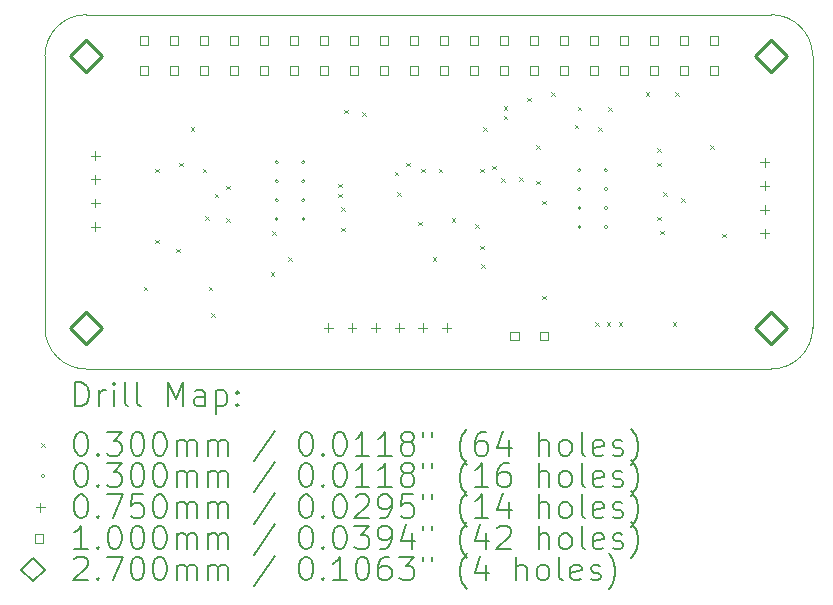
<source format=gbr>
%TF.GenerationSoftware,KiCad,Pcbnew,9.0.7*%
%TF.CreationDate,2026-01-26T17:00:07+01:00*%
%TF.ProjectId,Robot,526f626f-742e-46b6-9963-61645f706362,rev?*%
%TF.SameCoordinates,Original*%
%TF.FileFunction,Drillmap*%
%TF.FilePolarity,Positive*%
%FSLAX45Y45*%
G04 Gerber Fmt 4.5, Leading zero omitted, Abs format (unit mm)*
G04 Created by KiCad (PCBNEW 9.0.7) date 2026-01-26 17:00:07*
%MOMM*%
%LPD*%
G01*
G04 APERTURE LIST*
%ADD10C,0.050000*%
%ADD11C,0.200000*%
%ADD12C,0.100000*%
%ADD13C,0.270000*%
G04 APERTURE END LIST*
D10*
X19250000Y-7930000D02*
G75*
G02*
X19600000Y-8280000I0J-350000D01*
G01*
X19600000Y-8280000D02*
X19600000Y-10580000D01*
X13450000Y-10930000D02*
G75*
G02*
X13100000Y-10580000I0J350000D01*
G01*
X13450000Y-7930000D02*
X19250000Y-7930000D01*
X19250000Y-10930000D02*
X13450000Y-10930000D01*
X13100000Y-8280000D02*
G75*
G02*
X13450000Y-7930000I350000J0D01*
G01*
X19600000Y-10580000D02*
G75*
G02*
X19250000Y-10930000I-350000J0D01*
G01*
X13100000Y-8280000D02*
X13100000Y-10580000D01*
D11*
D12*
X13935000Y-10235000D02*
X13965000Y-10265000D01*
X13965000Y-10235000D02*
X13935000Y-10265000D01*
X14035000Y-9235000D02*
X14065000Y-9265000D01*
X14065000Y-9235000D02*
X14035000Y-9265000D01*
X14035000Y-9835000D02*
X14065000Y-9865000D01*
X14065000Y-9835000D02*
X14035000Y-9865000D01*
X14210000Y-9910000D02*
X14240000Y-9940000D01*
X14240000Y-9910000D02*
X14210000Y-9940000D01*
X14235000Y-9185000D02*
X14265000Y-9215000D01*
X14265000Y-9185000D02*
X14235000Y-9215000D01*
X14335000Y-8885000D02*
X14365000Y-8915000D01*
X14365000Y-8885000D02*
X14335000Y-8915000D01*
X14435000Y-9235000D02*
X14465000Y-9265000D01*
X14465000Y-9235000D02*
X14435000Y-9265000D01*
X14455000Y-9635000D02*
X14485000Y-9665000D01*
X14485000Y-9635000D02*
X14455000Y-9665000D01*
X14485000Y-10235000D02*
X14515000Y-10265000D01*
X14515000Y-10235000D02*
X14485000Y-10265000D01*
X14510000Y-10460000D02*
X14540000Y-10490000D01*
X14540000Y-10460000D02*
X14510000Y-10490000D01*
X14536554Y-9447500D02*
X14566554Y-9477500D01*
X14566554Y-9447500D02*
X14536554Y-9477500D01*
X14635000Y-9377500D02*
X14665000Y-9407500D01*
X14665000Y-9377500D02*
X14635000Y-9407500D01*
X14635000Y-9655000D02*
X14665000Y-9685000D01*
X14665000Y-9655000D02*
X14635000Y-9685000D01*
X15010000Y-10110000D02*
X15040000Y-10140000D01*
X15040000Y-10110000D02*
X15010000Y-10140000D01*
X15025000Y-9765000D02*
X15055000Y-9795000D01*
X15055000Y-9765000D02*
X15025000Y-9795000D01*
X15160000Y-9985000D02*
X15190000Y-10015000D01*
X15190000Y-9985000D02*
X15160000Y-10015000D01*
X15585000Y-9360000D02*
X15615000Y-9390000D01*
X15615000Y-9360000D02*
X15585000Y-9390000D01*
X15585000Y-9445000D02*
X15615000Y-9475000D01*
X15615000Y-9445000D02*
X15585000Y-9475000D01*
X15610000Y-9560000D02*
X15640000Y-9590000D01*
X15640000Y-9560000D02*
X15610000Y-9590000D01*
X15610000Y-9735000D02*
X15640000Y-9765000D01*
X15640000Y-9735000D02*
X15610000Y-9765000D01*
X15635000Y-8735000D02*
X15665000Y-8765000D01*
X15665000Y-8735000D02*
X15635000Y-8765000D01*
X15785000Y-8755000D02*
X15815000Y-8785000D01*
X15815000Y-8755000D02*
X15785000Y-8785000D01*
X16060000Y-9260000D02*
X16090000Y-9290000D01*
X16090000Y-9260000D02*
X16060000Y-9290000D01*
X16085000Y-9435000D02*
X16115000Y-9465000D01*
X16115000Y-9435000D02*
X16085000Y-9465000D01*
X16160000Y-9185000D02*
X16190000Y-9215000D01*
X16190000Y-9185000D02*
X16160000Y-9215000D01*
X16260000Y-9685000D02*
X16290000Y-9715000D01*
X16290000Y-9685000D02*
X16260000Y-9715000D01*
X16285000Y-9235000D02*
X16315000Y-9265000D01*
X16315000Y-9235000D02*
X16285000Y-9265000D01*
X16385000Y-9985000D02*
X16415000Y-10015000D01*
X16415000Y-9985000D02*
X16385000Y-10015000D01*
X16435000Y-9235000D02*
X16465000Y-9265000D01*
X16465000Y-9235000D02*
X16435000Y-9265000D01*
X16545000Y-9655000D02*
X16575000Y-9685000D01*
X16575000Y-9655000D02*
X16545000Y-9685000D01*
X16745000Y-9705000D02*
X16775000Y-9735000D01*
X16775000Y-9705000D02*
X16745000Y-9735000D01*
X16785000Y-9235000D02*
X16815000Y-9265000D01*
X16815000Y-9235000D02*
X16785000Y-9265000D01*
X16785000Y-9885000D02*
X16815000Y-9915000D01*
X16815000Y-9885000D02*
X16785000Y-9915000D01*
X16795000Y-10045000D02*
X16825000Y-10075000D01*
X16825000Y-10045000D02*
X16795000Y-10075000D01*
X16810000Y-8885000D02*
X16840000Y-8915000D01*
X16840000Y-8885000D02*
X16810000Y-8915000D01*
X16885000Y-9210000D02*
X16915000Y-9240000D01*
X16915000Y-9210000D02*
X16885000Y-9240000D01*
X16965000Y-9315000D02*
X16995000Y-9345000D01*
X16995000Y-9315000D02*
X16965000Y-9345000D01*
X16985000Y-8705000D02*
X17015000Y-8735000D01*
X17015000Y-8705000D02*
X16985000Y-8735000D01*
X16985000Y-8785000D02*
X17015000Y-8815000D01*
X17015000Y-8785000D02*
X16985000Y-8815000D01*
X17115000Y-9305000D02*
X17145000Y-9335000D01*
X17145000Y-9305000D02*
X17115000Y-9335000D01*
X17185000Y-8635000D02*
X17215000Y-8665000D01*
X17215000Y-8635000D02*
X17185000Y-8665000D01*
X17260000Y-9035000D02*
X17290000Y-9065000D01*
X17290000Y-9035000D02*
X17260000Y-9065000D01*
X17260000Y-9335000D02*
X17290000Y-9365000D01*
X17290000Y-9335000D02*
X17260000Y-9365000D01*
X17310000Y-9505000D02*
X17340000Y-9535000D01*
X17340000Y-9505000D02*
X17310000Y-9535000D01*
X17310000Y-10310000D02*
X17340000Y-10340000D01*
X17340000Y-10310000D02*
X17310000Y-10340000D01*
X17385000Y-8585000D02*
X17415000Y-8615000D01*
X17415000Y-8585000D02*
X17385000Y-8615000D01*
X17585000Y-8860000D02*
X17615000Y-8890000D01*
X17615000Y-8860000D02*
X17585000Y-8890000D01*
X17610000Y-8710000D02*
X17640000Y-8740000D01*
X17640000Y-8710000D02*
X17610000Y-8740000D01*
X17760000Y-10535000D02*
X17790000Y-10565000D01*
X17790000Y-10535000D02*
X17760000Y-10565000D01*
X17785000Y-8885000D02*
X17815000Y-8915000D01*
X17815000Y-8885000D02*
X17785000Y-8915000D01*
X17855000Y-10535000D02*
X17885000Y-10565000D01*
X17885000Y-10535000D02*
X17855000Y-10565000D01*
X17871055Y-8713164D02*
X17901055Y-8743164D01*
X17901055Y-8713164D02*
X17871055Y-8743164D01*
X17960000Y-10535000D02*
X17990000Y-10565000D01*
X17990000Y-10535000D02*
X17960000Y-10565000D01*
X18185000Y-8585000D02*
X18215000Y-8615000D01*
X18215000Y-8585000D02*
X18185000Y-8615000D01*
X18285000Y-9060000D02*
X18315000Y-9090000D01*
X18315000Y-9060000D02*
X18285000Y-9090000D01*
X18285000Y-9185000D02*
X18315000Y-9215000D01*
X18315000Y-9185000D02*
X18285000Y-9215000D01*
X18285000Y-9640000D02*
X18315000Y-9670000D01*
X18315000Y-9640000D02*
X18285000Y-9670000D01*
X18310000Y-9760000D02*
X18340000Y-9790000D01*
X18340000Y-9760000D02*
X18310000Y-9790000D01*
X18335000Y-9435000D02*
X18365000Y-9465000D01*
X18365000Y-9435000D02*
X18335000Y-9465000D01*
X18415000Y-10535000D02*
X18445000Y-10565000D01*
X18445000Y-10535000D02*
X18415000Y-10565000D01*
X18435000Y-8585000D02*
X18465000Y-8615000D01*
X18465000Y-8585000D02*
X18435000Y-8615000D01*
X18485000Y-9485000D02*
X18515000Y-9515000D01*
X18515000Y-9485000D02*
X18485000Y-9515000D01*
X18735000Y-9035000D02*
X18765000Y-9065000D01*
X18765000Y-9035000D02*
X18735000Y-9065000D01*
X18835000Y-9785000D02*
X18865000Y-9815000D01*
X18865000Y-9785000D02*
X18835000Y-9815000D01*
X15077500Y-9180000D02*
G75*
G02*
X15047500Y-9180000I-15000J0D01*
G01*
X15047500Y-9180000D02*
G75*
G02*
X15077500Y-9180000I15000J0D01*
G01*
X15077500Y-9340000D02*
G75*
G02*
X15047500Y-9340000I-15000J0D01*
G01*
X15047500Y-9340000D02*
G75*
G02*
X15077500Y-9340000I15000J0D01*
G01*
X15077500Y-9500000D02*
G75*
G02*
X15047500Y-9500000I-15000J0D01*
G01*
X15047500Y-9500000D02*
G75*
G02*
X15077500Y-9500000I15000J0D01*
G01*
X15077500Y-9660000D02*
G75*
G02*
X15047500Y-9660000I-15000J0D01*
G01*
X15047500Y-9660000D02*
G75*
G02*
X15077500Y-9660000I15000J0D01*
G01*
X15302500Y-9180000D02*
G75*
G02*
X15272500Y-9180000I-15000J0D01*
G01*
X15272500Y-9180000D02*
G75*
G02*
X15302500Y-9180000I15000J0D01*
G01*
X15302500Y-9340000D02*
G75*
G02*
X15272500Y-9340000I-15000J0D01*
G01*
X15272500Y-9340000D02*
G75*
G02*
X15302500Y-9340000I15000J0D01*
G01*
X15302500Y-9500000D02*
G75*
G02*
X15272500Y-9500000I-15000J0D01*
G01*
X15272500Y-9500000D02*
G75*
G02*
X15302500Y-9500000I15000J0D01*
G01*
X15302500Y-9660000D02*
G75*
G02*
X15272500Y-9660000I-15000J0D01*
G01*
X15272500Y-9660000D02*
G75*
G02*
X15302500Y-9660000I15000J0D01*
G01*
X17640000Y-9247500D02*
G75*
G02*
X17610000Y-9247500I-15000J0D01*
G01*
X17610000Y-9247500D02*
G75*
G02*
X17640000Y-9247500I15000J0D01*
G01*
X17640000Y-9407500D02*
G75*
G02*
X17610000Y-9407500I-15000J0D01*
G01*
X17610000Y-9407500D02*
G75*
G02*
X17640000Y-9407500I15000J0D01*
G01*
X17640000Y-9567500D02*
G75*
G02*
X17610000Y-9567500I-15000J0D01*
G01*
X17610000Y-9567500D02*
G75*
G02*
X17640000Y-9567500I15000J0D01*
G01*
X17640000Y-9727500D02*
G75*
G02*
X17610000Y-9727500I-15000J0D01*
G01*
X17610000Y-9727500D02*
G75*
G02*
X17640000Y-9727500I15000J0D01*
G01*
X17865000Y-9247500D02*
G75*
G02*
X17835000Y-9247500I-15000J0D01*
G01*
X17835000Y-9247500D02*
G75*
G02*
X17865000Y-9247500I15000J0D01*
G01*
X17865000Y-9407500D02*
G75*
G02*
X17835000Y-9407500I-15000J0D01*
G01*
X17835000Y-9407500D02*
G75*
G02*
X17865000Y-9407500I15000J0D01*
G01*
X17865000Y-9567500D02*
G75*
G02*
X17835000Y-9567500I-15000J0D01*
G01*
X17835000Y-9567500D02*
G75*
G02*
X17865000Y-9567500I15000J0D01*
G01*
X17865000Y-9727500D02*
G75*
G02*
X17835000Y-9727500I-15000J0D01*
G01*
X17835000Y-9727500D02*
G75*
G02*
X17865000Y-9727500I15000J0D01*
G01*
X13525000Y-9087500D02*
X13525000Y-9162500D01*
X13487500Y-9125000D02*
X13562500Y-9125000D01*
X13525000Y-9287500D02*
X13525000Y-9362500D01*
X13487500Y-9325000D02*
X13562500Y-9325000D01*
X13525000Y-9487500D02*
X13525000Y-9562500D01*
X13487500Y-9525000D02*
X13562500Y-9525000D01*
X13525000Y-9687500D02*
X13525000Y-9762500D01*
X13487500Y-9725000D02*
X13562500Y-9725000D01*
X15500000Y-10542500D02*
X15500000Y-10617500D01*
X15462500Y-10580000D02*
X15537500Y-10580000D01*
X15700000Y-10542500D02*
X15700000Y-10617500D01*
X15662500Y-10580000D02*
X15737500Y-10580000D01*
X15900000Y-10542500D02*
X15900000Y-10617500D01*
X15862500Y-10580000D02*
X15937500Y-10580000D01*
X16100000Y-10542500D02*
X16100000Y-10617500D01*
X16062500Y-10580000D02*
X16137500Y-10580000D01*
X16300000Y-10542500D02*
X16300000Y-10617500D01*
X16262500Y-10580000D02*
X16337500Y-10580000D01*
X16500000Y-10542500D02*
X16500000Y-10617500D01*
X16462500Y-10580000D02*
X16537500Y-10580000D01*
X19195000Y-9142500D02*
X19195000Y-9217500D01*
X19157500Y-9180000D02*
X19232500Y-9180000D01*
X19195000Y-9342500D02*
X19195000Y-9417500D01*
X19157500Y-9380000D02*
X19232500Y-9380000D01*
X19195000Y-9542500D02*
X19195000Y-9617500D01*
X19157500Y-9580000D02*
X19232500Y-9580000D01*
X19195000Y-9742500D02*
X19195000Y-9817500D01*
X19157500Y-9780000D02*
X19232500Y-9780000D01*
X13975356Y-8185356D02*
X13975356Y-8114644D01*
X13904644Y-8114644D01*
X13904644Y-8185356D01*
X13975356Y-8185356D01*
X13975356Y-8439356D02*
X13975356Y-8368644D01*
X13904644Y-8368644D01*
X13904644Y-8439356D01*
X13975356Y-8439356D01*
X14229356Y-8185356D02*
X14229356Y-8114644D01*
X14158644Y-8114644D01*
X14158644Y-8185356D01*
X14229356Y-8185356D01*
X14229356Y-8439356D02*
X14229356Y-8368644D01*
X14158644Y-8368644D01*
X14158644Y-8439356D01*
X14229356Y-8439356D01*
X14483356Y-8185356D02*
X14483356Y-8114644D01*
X14412644Y-8114644D01*
X14412644Y-8185356D01*
X14483356Y-8185356D01*
X14483356Y-8439356D02*
X14483356Y-8368644D01*
X14412644Y-8368644D01*
X14412644Y-8439356D01*
X14483356Y-8439356D01*
X14737356Y-8185356D02*
X14737356Y-8114644D01*
X14666644Y-8114644D01*
X14666644Y-8185356D01*
X14737356Y-8185356D01*
X14737356Y-8439356D02*
X14737356Y-8368644D01*
X14666644Y-8368644D01*
X14666644Y-8439356D01*
X14737356Y-8439356D01*
X14991356Y-8185356D02*
X14991356Y-8114644D01*
X14920644Y-8114644D01*
X14920644Y-8185356D01*
X14991356Y-8185356D01*
X14991356Y-8439356D02*
X14991356Y-8368644D01*
X14920644Y-8368644D01*
X14920644Y-8439356D01*
X14991356Y-8439356D01*
X15245356Y-8185356D02*
X15245356Y-8114644D01*
X15174644Y-8114644D01*
X15174644Y-8185356D01*
X15245356Y-8185356D01*
X15245356Y-8439356D02*
X15245356Y-8368644D01*
X15174644Y-8368644D01*
X15174644Y-8439356D01*
X15245356Y-8439356D01*
X15499356Y-8185356D02*
X15499356Y-8114644D01*
X15428644Y-8114644D01*
X15428644Y-8185356D01*
X15499356Y-8185356D01*
X15499356Y-8439356D02*
X15499356Y-8368644D01*
X15428644Y-8368644D01*
X15428644Y-8439356D01*
X15499356Y-8439356D01*
X15753356Y-8185356D02*
X15753356Y-8114644D01*
X15682644Y-8114644D01*
X15682644Y-8185356D01*
X15753356Y-8185356D01*
X15753356Y-8439356D02*
X15753356Y-8368644D01*
X15682644Y-8368644D01*
X15682644Y-8439356D01*
X15753356Y-8439356D01*
X16007356Y-8185356D02*
X16007356Y-8114644D01*
X15936644Y-8114644D01*
X15936644Y-8185356D01*
X16007356Y-8185356D01*
X16007356Y-8439356D02*
X16007356Y-8368644D01*
X15936644Y-8368644D01*
X15936644Y-8439356D01*
X16007356Y-8439356D01*
X16261356Y-8185356D02*
X16261356Y-8114644D01*
X16190644Y-8114644D01*
X16190644Y-8185356D01*
X16261356Y-8185356D01*
X16261356Y-8439356D02*
X16261356Y-8368644D01*
X16190644Y-8368644D01*
X16190644Y-8439356D01*
X16261356Y-8439356D01*
X16515356Y-8185356D02*
X16515356Y-8114644D01*
X16444644Y-8114644D01*
X16444644Y-8185356D01*
X16515356Y-8185356D01*
X16515356Y-8439356D02*
X16515356Y-8368644D01*
X16444644Y-8368644D01*
X16444644Y-8439356D01*
X16515356Y-8439356D01*
X16769356Y-8185356D02*
X16769356Y-8114644D01*
X16698644Y-8114644D01*
X16698644Y-8185356D01*
X16769356Y-8185356D01*
X16769356Y-8439356D02*
X16769356Y-8368644D01*
X16698644Y-8368644D01*
X16698644Y-8439356D01*
X16769356Y-8439356D01*
X17023356Y-8185356D02*
X17023356Y-8114644D01*
X16952644Y-8114644D01*
X16952644Y-8185356D01*
X17023356Y-8185356D01*
X17023356Y-8439356D02*
X17023356Y-8368644D01*
X16952644Y-8368644D01*
X16952644Y-8439356D01*
X17023356Y-8439356D01*
X17110356Y-10685356D02*
X17110356Y-10614644D01*
X17039644Y-10614644D01*
X17039644Y-10685356D01*
X17110356Y-10685356D01*
X17277356Y-8185356D02*
X17277356Y-8114644D01*
X17206644Y-8114644D01*
X17206644Y-8185356D01*
X17277356Y-8185356D01*
X17277356Y-8439356D02*
X17277356Y-8368644D01*
X17206644Y-8368644D01*
X17206644Y-8439356D01*
X17277356Y-8439356D01*
X17360356Y-10685356D02*
X17360356Y-10614644D01*
X17289644Y-10614644D01*
X17289644Y-10685356D01*
X17360356Y-10685356D01*
X17531356Y-8185356D02*
X17531356Y-8114644D01*
X17460644Y-8114644D01*
X17460644Y-8185356D01*
X17531356Y-8185356D01*
X17531356Y-8439356D02*
X17531356Y-8368644D01*
X17460644Y-8368644D01*
X17460644Y-8439356D01*
X17531356Y-8439356D01*
X17785356Y-8185356D02*
X17785356Y-8114644D01*
X17714644Y-8114644D01*
X17714644Y-8185356D01*
X17785356Y-8185356D01*
X17785356Y-8439356D02*
X17785356Y-8368644D01*
X17714644Y-8368644D01*
X17714644Y-8439356D01*
X17785356Y-8439356D01*
X18039356Y-8185356D02*
X18039356Y-8114644D01*
X17968644Y-8114644D01*
X17968644Y-8185356D01*
X18039356Y-8185356D01*
X18039356Y-8439356D02*
X18039356Y-8368644D01*
X17968644Y-8368644D01*
X17968644Y-8439356D01*
X18039356Y-8439356D01*
X18293356Y-8185356D02*
X18293356Y-8114644D01*
X18222644Y-8114644D01*
X18222644Y-8185356D01*
X18293356Y-8185356D01*
X18293356Y-8439356D02*
X18293356Y-8368644D01*
X18222644Y-8368644D01*
X18222644Y-8439356D01*
X18293356Y-8439356D01*
X18547356Y-8185356D02*
X18547356Y-8114644D01*
X18476644Y-8114644D01*
X18476644Y-8185356D01*
X18547356Y-8185356D01*
X18547356Y-8439356D02*
X18547356Y-8368644D01*
X18476644Y-8368644D01*
X18476644Y-8439356D01*
X18547356Y-8439356D01*
X18801356Y-8185356D02*
X18801356Y-8114644D01*
X18730644Y-8114644D01*
X18730644Y-8185356D01*
X18801356Y-8185356D01*
X18801356Y-8439356D02*
X18801356Y-8368644D01*
X18730644Y-8368644D01*
X18730644Y-8439356D01*
X18801356Y-8439356D01*
D13*
X13450000Y-8415000D02*
X13585000Y-8280000D01*
X13450000Y-8145000D01*
X13315000Y-8280000D01*
X13450000Y-8415000D01*
X13450000Y-10715000D02*
X13585000Y-10580000D01*
X13450000Y-10445000D01*
X13315000Y-10580000D01*
X13450000Y-10715000D01*
X19250000Y-8415000D02*
X19385000Y-8280000D01*
X19250000Y-8145000D01*
X19115000Y-8280000D01*
X19250000Y-8415000D01*
X19250000Y-10715000D02*
X19385000Y-10580000D01*
X19250000Y-10445000D01*
X19115000Y-10580000D01*
X19250000Y-10715000D01*
D11*
X13358277Y-11243984D02*
X13358277Y-11043984D01*
X13358277Y-11043984D02*
X13405896Y-11043984D01*
X13405896Y-11043984D02*
X13434467Y-11053508D01*
X13434467Y-11053508D02*
X13453515Y-11072555D01*
X13453515Y-11072555D02*
X13463039Y-11091603D01*
X13463039Y-11091603D02*
X13472562Y-11129698D01*
X13472562Y-11129698D02*
X13472562Y-11158270D01*
X13472562Y-11158270D02*
X13463039Y-11196365D01*
X13463039Y-11196365D02*
X13453515Y-11215412D01*
X13453515Y-11215412D02*
X13434467Y-11234460D01*
X13434467Y-11234460D02*
X13405896Y-11243984D01*
X13405896Y-11243984D02*
X13358277Y-11243984D01*
X13558277Y-11243984D02*
X13558277Y-11110650D01*
X13558277Y-11148746D02*
X13567801Y-11129698D01*
X13567801Y-11129698D02*
X13577324Y-11120174D01*
X13577324Y-11120174D02*
X13596372Y-11110650D01*
X13596372Y-11110650D02*
X13615420Y-11110650D01*
X13682086Y-11243984D02*
X13682086Y-11110650D01*
X13682086Y-11043984D02*
X13672562Y-11053508D01*
X13672562Y-11053508D02*
X13682086Y-11063031D01*
X13682086Y-11063031D02*
X13691610Y-11053508D01*
X13691610Y-11053508D02*
X13682086Y-11043984D01*
X13682086Y-11043984D02*
X13682086Y-11063031D01*
X13805896Y-11243984D02*
X13786848Y-11234460D01*
X13786848Y-11234460D02*
X13777324Y-11215412D01*
X13777324Y-11215412D02*
X13777324Y-11043984D01*
X13910658Y-11243984D02*
X13891610Y-11234460D01*
X13891610Y-11234460D02*
X13882086Y-11215412D01*
X13882086Y-11215412D02*
X13882086Y-11043984D01*
X14139229Y-11243984D02*
X14139229Y-11043984D01*
X14139229Y-11043984D02*
X14205896Y-11186841D01*
X14205896Y-11186841D02*
X14272562Y-11043984D01*
X14272562Y-11043984D02*
X14272562Y-11243984D01*
X14453515Y-11243984D02*
X14453515Y-11139222D01*
X14453515Y-11139222D02*
X14443991Y-11120174D01*
X14443991Y-11120174D02*
X14424943Y-11110650D01*
X14424943Y-11110650D02*
X14386848Y-11110650D01*
X14386848Y-11110650D02*
X14367801Y-11120174D01*
X14453515Y-11234460D02*
X14434467Y-11243984D01*
X14434467Y-11243984D02*
X14386848Y-11243984D01*
X14386848Y-11243984D02*
X14367801Y-11234460D01*
X14367801Y-11234460D02*
X14358277Y-11215412D01*
X14358277Y-11215412D02*
X14358277Y-11196365D01*
X14358277Y-11196365D02*
X14367801Y-11177317D01*
X14367801Y-11177317D02*
X14386848Y-11167793D01*
X14386848Y-11167793D02*
X14434467Y-11167793D01*
X14434467Y-11167793D02*
X14453515Y-11158270D01*
X14548753Y-11110650D02*
X14548753Y-11310650D01*
X14548753Y-11120174D02*
X14567801Y-11110650D01*
X14567801Y-11110650D02*
X14605896Y-11110650D01*
X14605896Y-11110650D02*
X14624943Y-11120174D01*
X14624943Y-11120174D02*
X14634467Y-11129698D01*
X14634467Y-11129698D02*
X14643991Y-11148746D01*
X14643991Y-11148746D02*
X14643991Y-11205888D01*
X14643991Y-11205888D02*
X14634467Y-11224936D01*
X14634467Y-11224936D02*
X14624943Y-11234460D01*
X14624943Y-11234460D02*
X14605896Y-11243984D01*
X14605896Y-11243984D02*
X14567801Y-11243984D01*
X14567801Y-11243984D02*
X14548753Y-11234460D01*
X14729705Y-11224936D02*
X14739229Y-11234460D01*
X14739229Y-11234460D02*
X14729705Y-11243984D01*
X14729705Y-11243984D02*
X14720182Y-11234460D01*
X14720182Y-11234460D02*
X14729705Y-11224936D01*
X14729705Y-11224936D02*
X14729705Y-11243984D01*
X14729705Y-11120174D02*
X14739229Y-11129698D01*
X14739229Y-11129698D02*
X14729705Y-11139222D01*
X14729705Y-11139222D02*
X14720182Y-11129698D01*
X14720182Y-11129698D02*
X14729705Y-11120174D01*
X14729705Y-11120174D02*
X14729705Y-11139222D01*
D12*
X13067500Y-11557500D02*
X13097500Y-11587500D01*
X13097500Y-11557500D02*
X13067500Y-11587500D01*
D11*
X13396372Y-11463984D02*
X13415420Y-11463984D01*
X13415420Y-11463984D02*
X13434467Y-11473508D01*
X13434467Y-11473508D02*
X13443991Y-11483031D01*
X13443991Y-11483031D02*
X13453515Y-11502079D01*
X13453515Y-11502079D02*
X13463039Y-11540174D01*
X13463039Y-11540174D02*
X13463039Y-11587793D01*
X13463039Y-11587793D02*
X13453515Y-11625888D01*
X13453515Y-11625888D02*
X13443991Y-11644936D01*
X13443991Y-11644936D02*
X13434467Y-11654460D01*
X13434467Y-11654460D02*
X13415420Y-11663984D01*
X13415420Y-11663984D02*
X13396372Y-11663984D01*
X13396372Y-11663984D02*
X13377324Y-11654460D01*
X13377324Y-11654460D02*
X13367801Y-11644936D01*
X13367801Y-11644936D02*
X13358277Y-11625888D01*
X13358277Y-11625888D02*
X13348753Y-11587793D01*
X13348753Y-11587793D02*
X13348753Y-11540174D01*
X13348753Y-11540174D02*
X13358277Y-11502079D01*
X13358277Y-11502079D02*
X13367801Y-11483031D01*
X13367801Y-11483031D02*
X13377324Y-11473508D01*
X13377324Y-11473508D02*
X13396372Y-11463984D01*
X13548753Y-11644936D02*
X13558277Y-11654460D01*
X13558277Y-11654460D02*
X13548753Y-11663984D01*
X13548753Y-11663984D02*
X13539229Y-11654460D01*
X13539229Y-11654460D02*
X13548753Y-11644936D01*
X13548753Y-11644936D02*
X13548753Y-11663984D01*
X13624943Y-11463984D02*
X13748753Y-11463984D01*
X13748753Y-11463984D02*
X13682086Y-11540174D01*
X13682086Y-11540174D02*
X13710658Y-11540174D01*
X13710658Y-11540174D02*
X13729705Y-11549698D01*
X13729705Y-11549698D02*
X13739229Y-11559222D01*
X13739229Y-11559222D02*
X13748753Y-11578269D01*
X13748753Y-11578269D02*
X13748753Y-11625888D01*
X13748753Y-11625888D02*
X13739229Y-11644936D01*
X13739229Y-11644936D02*
X13729705Y-11654460D01*
X13729705Y-11654460D02*
X13710658Y-11663984D01*
X13710658Y-11663984D02*
X13653515Y-11663984D01*
X13653515Y-11663984D02*
X13634467Y-11654460D01*
X13634467Y-11654460D02*
X13624943Y-11644936D01*
X13872562Y-11463984D02*
X13891610Y-11463984D01*
X13891610Y-11463984D02*
X13910658Y-11473508D01*
X13910658Y-11473508D02*
X13920182Y-11483031D01*
X13920182Y-11483031D02*
X13929705Y-11502079D01*
X13929705Y-11502079D02*
X13939229Y-11540174D01*
X13939229Y-11540174D02*
X13939229Y-11587793D01*
X13939229Y-11587793D02*
X13929705Y-11625888D01*
X13929705Y-11625888D02*
X13920182Y-11644936D01*
X13920182Y-11644936D02*
X13910658Y-11654460D01*
X13910658Y-11654460D02*
X13891610Y-11663984D01*
X13891610Y-11663984D02*
X13872562Y-11663984D01*
X13872562Y-11663984D02*
X13853515Y-11654460D01*
X13853515Y-11654460D02*
X13843991Y-11644936D01*
X13843991Y-11644936D02*
X13834467Y-11625888D01*
X13834467Y-11625888D02*
X13824943Y-11587793D01*
X13824943Y-11587793D02*
X13824943Y-11540174D01*
X13824943Y-11540174D02*
X13834467Y-11502079D01*
X13834467Y-11502079D02*
X13843991Y-11483031D01*
X13843991Y-11483031D02*
X13853515Y-11473508D01*
X13853515Y-11473508D02*
X13872562Y-11463984D01*
X14063039Y-11463984D02*
X14082086Y-11463984D01*
X14082086Y-11463984D02*
X14101134Y-11473508D01*
X14101134Y-11473508D02*
X14110658Y-11483031D01*
X14110658Y-11483031D02*
X14120182Y-11502079D01*
X14120182Y-11502079D02*
X14129705Y-11540174D01*
X14129705Y-11540174D02*
X14129705Y-11587793D01*
X14129705Y-11587793D02*
X14120182Y-11625888D01*
X14120182Y-11625888D02*
X14110658Y-11644936D01*
X14110658Y-11644936D02*
X14101134Y-11654460D01*
X14101134Y-11654460D02*
X14082086Y-11663984D01*
X14082086Y-11663984D02*
X14063039Y-11663984D01*
X14063039Y-11663984D02*
X14043991Y-11654460D01*
X14043991Y-11654460D02*
X14034467Y-11644936D01*
X14034467Y-11644936D02*
X14024943Y-11625888D01*
X14024943Y-11625888D02*
X14015420Y-11587793D01*
X14015420Y-11587793D02*
X14015420Y-11540174D01*
X14015420Y-11540174D02*
X14024943Y-11502079D01*
X14024943Y-11502079D02*
X14034467Y-11483031D01*
X14034467Y-11483031D02*
X14043991Y-11473508D01*
X14043991Y-11473508D02*
X14063039Y-11463984D01*
X14215420Y-11663984D02*
X14215420Y-11530650D01*
X14215420Y-11549698D02*
X14224943Y-11540174D01*
X14224943Y-11540174D02*
X14243991Y-11530650D01*
X14243991Y-11530650D02*
X14272563Y-11530650D01*
X14272563Y-11530650D02*
X14291610Y-11540174D01*
X14291610Y-11540174D02*
X14301134Y-11559222D01*
X14301134Y-11559222D02*
X14301134Y-11663984D01*
X14301134Y-11559222D02*
X14310658Y-11540174D01*
X14310658Y-11540174D02*
X14329705Y-11530650D01*
X14329705Y-11530650D02*
X14358277Y-11530650D01*
X14358277Y-11530650D02*
X14377324Y-11540174D01*
X14377324Y-11540174D02*
X14386848Y-11559222D01*
X14386848Y-11559222D02*
X14386848Y-11663984D01*
X14482086Y-11663984D02*
X14482086Y-11530650D01*
X14482086Y-11549698D02*
X14491610Y-11540174D01*
X14491610Y-11540174D02*
X14510658Y-11530650D01*
X14510658Y-11530650D02*
X14539229Y-11530650D01*
X14539229Y-11530650D02*
X14558277Y-11540174D01*
X14558277Y-11540174D02*
X14567801Y-11559222D01*
X14567801Y-11559222D02*
X14567801Y-11663984D01*
X14567801Y-11559222D02*
X14577324Y-11540174D01*
X14577324Y-11540174D02*
X14596372Y-11530650D01*
X14596372Y-11530650D02*
X14624943Y-11530650D01*
X14624943Y-11530650D02*
X14643991Y-11540174D01*
X14643991Y-11540174D02*
X14653515Y-11559222D01*
X14653515Y-11559222D02*
X14653515Y-11663984D01*
X15043991Y-11454460D02*
X14872563Y-11711603D01*
X15301134Y-11463984D02*
X15320182Y-11463984D01*
X15320182Y-11463984D02*
X15339229Y-11473508D01*
X15339229Y-11473508D02*
X15348753Y-11483031D01*
X15348753Y-11483031D02*
X15358277Y-11502079D01*
X15358277Y-11502079D02*
X15367801Y-11540174D01*
X15367801Y-11540174D02*
X15367801Y-11587793D01*
X15367801Y-11587793D02*
X15358277Y-11625888D01*
X15358277Y-11625888D02*
X15348753Y-11644936D01*
X15348753Y-11644936D02*
X15339229Y-11654460D01*
X15339229Y-11654460D02*
X15320182Y-11663984D01*
X15320182Y-11663984D02*
X15301134Y-11663984D01*
X15301134Y-11663984D02*
X15282086Y-11654460D01*
X15282086Y-11654460D02*
X15272563Y-11644936D01*
X15272563Y-11644936D02*
X15263039Y-11625888D01*
X15263039Y-11625888D02*
X15253515Y-11587793D01*
X15253515Y-11587793D02*
X15253515Y-11540174D01*
X15253515Y-11540174D02*
X15263039Y-11502079D01*
X15263039Y-11502079D02*
X15272563Y-11483031D01*
X15272563Y-11483031D02*
X15282086Y-11473508D01*
X15282086Y-11473508D02*
X15301134Y-11463984D01*
X15453515Y-11644936D02*
X15463039Y-11654460D01*
X15463039Y-11654460D02*
X15453515Y-11663984D01*
X15453515Y-11663984D02*
X15443991Y-11654460D01*
X15443991Y-11654460D02*
X15453515Y-11644936D01*
X15453515Y-11644936D02*
X15453515Y-11663984D01*
X15586848Y-11463984D02*
X15605896Y-11463984D01*
X15605896Y-11463984D02*
X15624944Y-11473508D01*
X15624944Y-11473508D02*
X15634467Y-11483031D01*
X15634467Y-11483031D02*
X15643991Y-11502079D01*
X15643991Y-11502079D02*
X15653515Y-11540174D01*
X15653515Y-11540174D02*
X15653515Y-11587793D01*
X15653515Y-11587793D02*
X15643991Y-11625888D01*
X15643991Y-11625888D02*
X15634467Y-11644936D01*
X15634467Y-11644936D02*
X15624944Y-11654460D01*
X15624944Y-11654460D02*
X15605896Y-11663984D01*
X15605896Y-11663984D02*
X15586848Y-11663984D01*
X15586848Y-11663984D02*
X15567801Y-11654460D01*
X15567801Y-11654460D02*
X15558277Y-11644936D01*
X15558277Y-11644936D02*
X15548753Y-11625888D01*
X15548753Y-11625888D02*
X15539229Y-11587793D01*
X15539229Y-11587793D02*
X15539229Y-11540174D01*
X15539229Y-11540174D02*
X15548753Y-11502079D01*
X15548753Y-11502079D02*
X15558277Y-11483031D01*
X15558277Y-11483031D02*
X15567801Y-11473508D01*
X15567801Y-11473508D02*
X15586848Y-11463984D01*
X15843991Y-11663984D02*
X15729706Y-11663984D01*
X15786848Y-11663984D02*
X15786848Y-11463984D01*
X15786848Y-11463984D02*
X15767801Y-11492555D01*
X15767801Y-11492555D02*
X15748753Y-11511603D01*
X15748753Y-11511603D02*
X15729706Y-11521127D01*
X16034467Y-11663984D02*
X15920182Y-11663984D01*
X15977325Y-11663984D02*
X15977325Y-11463984D01*
X15977325Y-11463984D02*
X15958277Y-11492555D01*
X15958277Y-11492555D02*
X15939229Y-11511603D01*
X15939229Y-11511603D02*
X15920182Y-11521127D01*
X16148753Y-11549698D02*
X16129706Y-11540174D01*
X16129706Y-11540174D02*
X16120182Y-11530650D01*
X16120182Y-11530650D02*
X16110658Y-11511603D01*
X16110658Y-11511603D02*
X16110658Y-11502079D01*
X16110658Y-11502079D02*
X16120182Y-11483031D01*
X16120182Y-11483031D02*
X16129706Y-11473508D01*
X16129706Y-11473508D02*
X16148753Y-11463984D01*
X16148753Y-11463984D02*
X16186848Y-11463984D01*
X16186848Y-11463984D02*
X16205896Y-11473508D01*
X16205896Y-11473508D02*
X16215420Y-11483031D01*
X16215420Y-11483031D02*
X16224944Y-11502079D01*
X16224944Y-11502079D02*
X16224944Y-11511603D01*
X16224944Y-11511603D02*
X16215420Y-11530650D01*
X16215420Y-11530650D02*
X16205896Y-11540174D01*
X16205896Y-11540174D02*
X16186848Y-11549698D01*
X16186848Y-11549698D02*
X16148753Y-11549698D01*
X16148753Y-11549698D02*
X16129706Y-11559222D01*
X16129706Y-11559222D02*
X16120182Y-11568746D01*
X16120182Y-11568746D02*
X16110658Y-11587793D01*
X16110658Y-11587793D02*
X16110658Y-11625888D01*
X16110658Y-11625888D02*
X16120182Y-11644936D01*
X16120182Y-11644936D02*
X16129706Y-11654460D01*
X16129706Y-11654460D02*
X16148753Y-11663984D01*
X16148753Y-11663984D02*
X16186848Y-11663984D01*
X16186848Y-11663984D02*
X16205896Y-11654460D01*
X16205896Y-11654460D02*
X16215420Y-11644936D01*
X16215420Y-11644936D02*
X16224944Y-11625888D01*
X16224944Y-11625888D02*
X16224944Y-11587793D01*
X16224944Y-11587793D02*
X16215420Y-11568746D01*
X16215420Y-11568746D02*
X16205896Y-11559222D01*
X16205896Y-11559222D02*
X16186848Y-11549698D01*
X16301134Y-11463984D02*
X16301134Y-11502079D01*
X16377325Y-11463984D02*
X16377325Y-11502079D01*
X16672563Y-11740174D02*
X16663039Y-11730650D01*
X16663039Y-11730650D02*
X16643991Y-11702079D01*
X16643991Y-11702079D02*
X16634468Y-11683031D01*
X16634468Y-11683031D02*
X16624944Y-11654460D01*
X16624944Y-11654460D02*
X16615420Y-11606841D01*
X16615420Y-11606841D02*
X16615420Y-11568746D01*
X16615420Y-11568746D02*
X16624944Y-11521127D01*
X16624944Y-11521127D02*
X16634468Y-11492555D01*
X16634468Y-11492555D02*
X16643991Y-11473508D01*
X16643991Y-11473508D02*
X16663039Y-11444936D01*
X16663039Y-11444936D02*
X16672563Y-11435412D01*
X16834468Y-11463984D02*
X16796372Y-11463984D01*
X16796372Y-11463984D02*
X16777325Y-11473508D01*
X16777325Y-11473508D02*
X16767801Y-11483031D01*
X16767801Y-11483031D02*
X16748753Y-11511603D01*
X16748753Y-11511603D02*
X16739229Y-11549698D01*
X16739229Y-11549698D02*
X16739229Y-11625888D01*
X16739229Y-11625888D02*
X16748753Y-11644936D01*
X16748753Y-11644936D02*
X16758277Y-11654460D01*
X16758277Y-11654460D02*
X16777325Y-11663984D01*
X16777325Y-11663984D02*
X16815420Y-11663984D01*
X16815420Y-11663984D02*
X16834468Y-11654460D01*
X16834468Y-11654460D02*
X16843991Y-11644936D01*
X16843991Y-11644936D02*
X16853515Y-11625888D01*
X16853515Y-11625888D02*
X16853515Y-11578269D01*
X16853515Y-11578269D02*
X16843991Y-11559222D01*
X16843991Y-11559222D02*
X16834468Y-11549698D01*
X16834468Y-11549698D02*
X16815420Y-11540174D01*
X16815420Y-11540174D02*
X16777325Y-11540174D01*
X16777325Y-11540174D02*
X16758277Y-11549698D01*
X16758277Y-11549698D02*
X16748753Y-11559222D01*
X16748753Y-11559222D02*
X16739229Y-11578269D01*
X17024944Y-11530650D02*
X17024944Y-11663984D01*
X16977325Y-11454460D02*
X16929706Y-11597317D01*
X16929706Y-11597317D02*
X17053515Y-11597317D01*
X17282087Y-11663984D02*
X17282087Y-11463984D01*
X17367801Y-11663984D02*
X17367801Y-11559222D01*
X17367801Y-11559222D02*
X17358277Y-11540174D01*
X17358277Y-11540174D02*
X17339230Y-11530650D01*
X17339230Y-11530650D02*
X17310658Y-11530650D01*
X17310658Y-11530650D02*
X17291611Y-11540174D01*
X17291611Y-11540174D02*
X17282087Y-11549698D01*
X17491611Y-11663984D02*
X17472563Y-11654460D01*
X17472563Y-11654460D02*
X17463039Y-11644936D01*
X17463039Y-11644936D02*
X17453515Y-11625888D01*
X17453515Y-11625888D02*
X17453515Y-11568746D01*
X17453515Y-11568746D02*
X17463039Y-11549698D01*
X17463039Y-11549698D02*
X17472563Y-11540174D01*
X17472563Y-11540174D02*
X17491611Y-11530650D01*
X17491611Y-11530650D02*
X17520182Y-11530650D01*
X17520182Y-11530650D02*
X17539230Y-11540174D01*
X17539230Y-11540174D02*
X17548753Y-11549698D01*
X17548753Y-11549698D02*
X17558277Y-11568746D01*
X17558277Y-11568746D02*
X17558277Y-11625888D01*
X17558277Y-11625888D02*
X17548753Y-11644936D01*
X17548753Y-11644936D02*
X17539230Y-11654460D01*
X17539230Y-11654460D02*
X17520182Y-11663984D01*
X17520182Y-11663984D02*
X17491611Y-11663984D01*
X17672563Y-11663984D02*
X17653515Y-11654460D01*
X17653515Y-11654460D02*
X17643992Y-11635412D01*
X17643992Y-11635412D02*
X17643992Y-11463984D01*
X17824944Y-11654460D02*
X17805896Y-11663984D01*
X17805896Y-11663984D02*
X17767801Y-11663984D01*
X17767801Y-11663984D02*
X17748753Y-11654460D01*
X17748753Y-11654460D02*
X17739230Y-11635412D01*
X17739230Y-11635412D02*
X17739230Y-11559222D01*
X17739230Y-11559222D02*
X17748753Y-11540174D01*
X17748753Y-11540174D02*
X17767801Y-11530650D01*
X17767801Y-11530650D02*
X17805896Y-11530650D01*
X17805896Y-11530650D02*
X17824944Y-11540174D01*
X17824944Y-11540174D02*
X17834468Y-11559222D01*
X17834468Y-11559222D02*
X17834468Y-11578269D01*
X17834468Y-11578269D02*
X17739230Y-11597317D01*
X17910658Y-11654460D02*
X17929706Y-11663984D01*
X17929706Y-11663984D02*
X17967801Y-11663984D01*
X17967801Y-11663984D02*
X17986849Y-11654460D01*
X17986849Y-11654460D02*
X17996373Y-11635412D01*
X17996373Y-11635412D02*
X17996373Y-11625888D01*
X17996373Y-11625888D02*
X17986849Y-11606841D01*
X17986849Y-11606841D02*
X17967801Y-11597317D01*
X17967801Y-11597317D02*
X17939230Y-11597317D01*
X17939230Y-11597317D02*
X17920182Y-11587793D01*
X17920182Y-11587793D02*
X17910658Y-11568746D01*
X17910658Y-11568746D02*
X17910658Y-11559222D01*
X17910658Y-11559222D02*
X17920182Y-11540174D01*
X17920182Y-11540174D02*
X17939230Y-11530650D01*
X17939230Y-11530650D02*
X17967801Y-11530650D01*
X17967801Y-11530650D02*
X17986849Y-11540174D01*
X18063039Y-11740174D02*
X18072563Y-11730650D01*
X18072563Y-11730650D02*
X18091611Y-11702079D01*
X18091611Y-11702079D02*
X18101134Y-11683031D01*
X18101134Y-11683031D02*
X18110658Y-11654460D01*
X18110658Y-11654460D02*
X18120182Y-11606841D01*
X18120182Y-11606841D02*
X18120182Y-11568746D01*
X18120182Y-11568746D02*
X18110658Y-11521127D01*
X18110658Y-11521127D02*
X18101134Y-11492555D01*
X18101134Y-11492555D02*
X18091611Y-11473508D01*
X18091611Y-11473508D02*
X18072563Y-11444936D01*
X18072563Y-11444936D02*
X18063039Y-11435412D01*
D12*
X13097500Y-11836500D02*
G75*
G02*
X13067500Y-11836500I-15000J0D01*
G01*
X13067500Y-11836500D02*
G75*
G02*
X13097500Y-11836500I15000J0D01*
G01*
D11*
X13396372Y-11727984D02*
X13415420Y-11727984D01*
X13415420Y-11727984D02*
X13434467Y-11737508D01*
X13434467Y-11737508D02*
X13443991Y-11747031D01*
X13443991Y-11747031D02*
X13453515Y-11766079D01*
X13453515Y-11766079D02*
X13463039Y-11804174D01*
X13463039Y-11804174D02*
X13463039Y-11851793D01*
X13463039Y-11851793D02*
X13453515Y-11889888D01*
X13453515Y-11889888D02*
X13443991Y-11908936D01*
X13443991Y-11908936D02*
X13434467Y-11918460D01*
X13434467Y-11918460D02*
X13415420Y-11927984D01*
X13415420Y-11927984D02*
X13396372Y-11927984D01*
X13396372Y-11927984D02*
X13377324Y-11918460D01*
X13377324Y-11918460D02*
X13367801Y-11908936D01*
X13367801Y-11908936D02*
X13358277Y-11889888D01*
X13358277Y-11889888D02*
X13348753Y-11851793D01*
X13348753Y-11851793D02*
X13348753Y-11804174D01*
X13348753Y-11804174D02*
X13358277Y-11766079D01*
X13358277Y-11766079D02*
X13367801Y-11747031D01*
X13367801Y-11747031D02*
X13377324Y-11737508D01*
X13377324Y-11737508D02*
X13396372Y-11727984D01*
X13548753Y-11908936D02*
X13558277Y-11918460D01*
X13558277Y-11918460D02*
X13548753Y-11927984D01*
X13548753Y-11927984D02*
X13539229Y-11918460D01*
X13539229Y-11918460D02*
X13548753Y-11908936D01*
X13548753Y-11908936D02*
X13548753Y-11927984D01*
X13624943Y-11727984D02*
X13748753Y-11727984D01*
X13748753Y-11727984D02*
X13682086Y-11804174D01*
X13682086Y-11804174D02*
X13710658Y-11804174D01*
X13710658Y-11804174D02*
X13729705Y-11813698D01*
X13729705Y-11813698D02*
X13739229Y-11823222D01*
X13739229Y-11823222D02*
X13748753Y-11842269D01*
X13748753Y-11842269D02*
X13748753Y-11889888D01*
X13748753Y-11889888D02*
X13739229Y-11908936D01*
X13739229Y-11908936D02*
X13729705Y-11918460D01*
X13729705Y-11918460D02*
X13710658Y-11927984D01*
X13710658Y-11927984D02*
X13653515Y-11927984D01*
X13653515Y-11927984D02*
X13634467Y-11918460D01*
X13634467Y-11918460D02*
X13624943Y-11908936D01*
X13872562Y-11727984D02*
X13891610Y-11727984D01*
X13891610Y-11727984D02*
X13910658Y-11737508D01*
X13910658Y-11737508D02*
X13920182Y-11747031D01*
X13920182Y-11747031D02*
X13929705Y-11766079D01*
X13929705Y-11766079D02*
X13939229Y-11804174D01*
X13939229Y-11804174D02*
X13939229Y-11851793D01*
X13939229Y-11851793D02*
X13929705Y-11889888D01*
X13929705Y-11889888D02*
X13920182Y-11908936D01*
X13920182Y-11908936D02*
X13910658Y-11918460D01*
X13910658Y-11918460D02*
X13891610Y-11927984D01*
X13891610Y-11927984D02*
X13872562Y-11927984D01*
X13872562Y-11927984D02*
X13853515Y-11918460D01*
X13853515Y-11918460D02*
X13843991Y-11908936D01*
X13843991Y-11908936D02*
X13834467Y-11889888D01*
X13834467Y-11889888D02*
X13824943Y-11851793D01*
X13824943Y-11851793D02*
X13824943Y-11804174D01*
X13824943Y-11804174D02*
X13834467Y-11766079D01*
X13834467Y-11766079D02*
X13843991Y-11747031D01*
X13843991Y-11747031D02*
X13853515Y-11737508D01*
X13853515Y-11737508D02*
X13872562Y-11727984D01*
X14063039Y-11727984D02*
X14082086Y-11727984D01*
X14082086Y-11727984D02*
X14101134Y-11737508D01*
X14101134Y-11737508D02*
X14110658Y-11747031D01*
X14110658Y-11747031D02*
X14120182Y-11766079D01*
X14120182Y-11766079D02*
X14129705Y-11804174D01*
X14129705Y-11804174D02*
X14129705Y-11851793D01*
X14129705Y-11851793D02*
X14120182Y-11889888D01*
X14120182Y-11889888D02*
X14110658Y-11908936D01*
X14110658Y-11908936D02*
X14101134Y-11918460D01*
X14101134Y-11918460D02*
X14082086Y-11927984D01*
X14082086Y-11927984D02*
X14063039Y-11927984D01*
X14063039Y-11927984D02*
X14043991Y-11918460D01*
X14043991Y-11918460D02*
X14034467Y-11908936D01*
X14034467Y-11908936D02*
X14024943Y-11889888D01*
X14024943Y-11889888D02*
X14015420Y-11851793D01*
X14015420Y-11851793D02*
X14015420Y-11804174D01*
X14015420Y-11804174D02*
X14024943Y-11766079D01*
X14024943Y-11766079D02*
X14034467Y-11747031D01*
X14034467Y-11747031D02*
X14043991Y-11737508D01*
X14043991Y-11737508D02*
X14063039Y-11727984D01*
X14215420Y-11927984D02*
X14215420Y-11794650D01*
X14215420Y-11813698D02*
X14224943Y-11804174D01*
X14224943Y-11804174D02*
X14243991Y-11794650D01*
X14243991Y-11794650D02*
X14272563Y-11794650D01*
X14272563Y-11794650D02*
X14291610Y-11804174D01*
X14291610Y-11804174D02*
X14301134Y-11823222D01*
X14301134Y-11823222D02*
X14301134Y-11927984D01*
X14301134Y-11823222D02*
X14310658Y-11804174D01*
X14310658Y-11804174D02*
X14329705Y-11794650D01*
X14329705Y-11794650D02*
X14358277Y-11794650D01*
X14358277Y-11794650D02*
X14377324Y-11804174D01*
X14377324Y-11804174D02*
X14386848Y-11823222D01*
X14386848Y-11823222D02*
X14386848Y-11927984D01*
X14482086Y-11927984D02*
X14482086Y-11794650D01*
X14482086Y-11813698D02*
X14491610Y-11804174D01*
X14491610Y-11804174D02*
X14510658Y-11794650D01*
X14510658Y-11794650D02*
X14539229Y-11794650D01*
X14539229Y-11794650D02*
X14558277Y-11804174D01*
X14558277Y-11804174D02*
X14567801Y-11823222D01*
X14567801Y-11823222D02*
X14567801Y-11927984D01*
X14567801Y-11823222D02*
X14577324Y-11804174D01*
X14577324Y-11804174D02*
X14596372Y-11794650D01*
X14596372Y-11794650D02*
X14624943Y-11794650D01*
X14624943Y-11794650D02*
X14643991Y-11804174D01*
X14643991Y-11804174D02*
X14653515Y-11823222D01*
X14653515Y-11823222D02*
X14653515Y-11927984D01*
X15043991Y-11718460D02*
X14872563Y-11975603D01*
X15301134Y-11727984D02*
X15320182Y-11727984D01*
X15320182Y-11727984D02*
X15339229Y-11737508D01*
X15339229Y-11737508D02*
X15348753Y-11747031D01*
X15348753Y-11747031D02*
X15358277Y-11766079D01*
X15358277Y-11766079D02*
X15367801Y-11804174D01*
X15367801Y-11804174D02*
X15367801Y-11851793D01*
X15367801Y-11851793D02*
X15358277Y-11889888D01*
X15358277Y-11889888D02*
X15348753Y-11908936D01*
X15348753Y-11908936D02*
X15339229Y-11918460D01*
X15339229Y-11918460D02*
X15320182Y-11927984D01*
X15320182Y-11927984D02*
X15301134Y-11927984D01*
X15301134Y-11927984D02*
X15282086Y-11918460D01*
X15282086Y-11918460D02*
X15272563Y-11908936D01*
X15272563Y-11908936D02*
X15263039Y-11889888D01*
X15263039Y-11889888D02*
X15253515Y-11851793D01*
X15253515Y-11851793D02*
X15253515Y-11804174D01*
X15253515Y-11804174D02*
X15263039Y-11766079D01*
X15263039Y-11766079D02*
X15272563Y-11747031D01*
X15272563Y-11747031D02*
X15282086Y-11737508D01*
X15282086Y-11737508D02*
X15301134Y-11727984D01*
X15453515Y-11908936D02*
X15463039Y-11918460D01*
X15463039Y-11918460D02*
X15453515Y-11927984D01*
X15453515Y-11927984D02*
X15443991Y-11918460D01*
X15443991Y-11918460D02*
X15453515Y-11908936D01*
X15453515Y-11908936D02*
X15453515Y-11927984D01*
X15586848Y-11727984D02*
X15605896Y-11727984D01*
X15605896Y-11727984D02*
X15624944Y-11737508D01*
X15624944Y-11737508D02*
X15634467Y-11747031D01*
X15634467Y-11747031D02*
X15643991Y-11766079D01*
X15643991Y-11766079D02*
X15653515Y-11804174D01*
X15653515Y-11804174D02*
X15653515Y-11851793D01*
X15653515Y-11851793D02*
X15643991Y-11889888D01*
X15643991Y-11889888D02*
X15634467Y-11908936D01*
X15634467Y-11908936D02*
X15624944Y-11918460D01*
X15624944Y-11918460D02*
X15605896Y-11927984D01*
X15605896Y-11927984D02*
X15586848Y-11927984D01*
X15586848Y-11927984D02*
X15567801Y-11918460D01*
X15567801Y-11918460D02*
X15558277Y-11908936D01*
X15558277Y-11908936D02*
X15548753Y-11889888D01*
X15548753Y-11889888D02*
X15539229Y-11851793D01*
X15539229Y-11851793D02*
X15539229Y-11804174D01*
X15539229Y-11804174D02*
X15548753Y-11766079D01*
X15548753Y-11766079D02*
X15558277Y-11747031D01*
X15558277Y-11747031D02*
X15567801Y-11737508D01*
X15567801Y-11737508D02*
X15586848Y-11727984D01*
X15843991Y-11927984D02*
X15729706Y-11927984D01*
X15786848Y-11927984D02*
X15786848Y-11727984D01*
X15786848Y-11727984D02*
X15767801Y-11756555D01*
X15767801Y-11756555D02*
X15748753Y-11775603D01*
X15748753Y-11775603D02*
X15729706Y-11785127D01*
X16034467Y-11927984D02*
X15920182Y-11927984D01*
X15977325Y-11927984D02*
X15977325Y-11727984D01*
X15977325Y-11727984D02*
X15958277Y-11756555D01*
X15958277Y-11756555D02*
X15939229Y-11775603D01*
X15939229Y-11775603D02*
X15920182Y-11785127D01*
X16148753Y-11813698D02*
X16129706Y-11804174D01*
X16129706Y-11804174D02*
X16120182Y-11794650D01*
X16120182Y-11794650D02*
X16110658Y-11775603D01*
X16110658Y-11775603D02*
X16110658Y-11766079D01*
X16110658Y-11766079D02*
X16120182Y-11747031D01*
X16120182Y-11747031D02*
X16129706Y-11737508D01*
X16129706Y-11737508D02*
X16148753Y-11727984D01*
X16148753Y-11727984D02*
X16186848Y-11727984D01*
X16186848Y-11727984D02*
X16205896Y-11737508D01*
X16205896Y-11737508D02*
X16215420Y-11747031D01*
X16215420Y-11747031D02*
X16224944Y-11766079D01*
X16224944Y-11766079D02*
X16224944Y-11775603D01*
X16224944Y-11775603D02*
X16215420Y-11794650D01*
X16215420Y-11794650D02*
X16205896Y-11804174D01*
X16205896Y-11804174D02*
X16186848Y-11813698D01*
X16186848Y-11813698D02*
X16148753Y-11813698D01*
X16148753Y-11813698D02*
X16129706Y-11823222D01*
X16129706Y-11823222D02*
X16120182Y-11832746D01*
X16120182Y-11832746D02*
X16110658Y-11851793D01*
X16110658Y-11851793D02*
X16110658Y-11889888D01*
X16110658Y-11889888D02*
X16120182Y-11908936D01*
X16120182Y-11908936D02*
X16129706Y-11918460D01*
X16129706Y-11918460D02*
X16148753Y-11927984D01*
X16148753Y-11927984D02*
X16186848Y-11927984D01*
X16186848Y-11927984D02*
X16205896Y-11918460D01*
X16205896Y-11918460D02*
X16215420Y-11908936D01*
X16215420Y-11908936D02*
X16224944Y-11889888D01*
X16224944Y-11889888D02*
X16224944Y-11851793D01*
X16224944Y-11851793D02*
X16215420Y-11832746D01*
X16215420Y-11832746D02*
X16205896Y-11823222D01*
X16205896Y-11823222D02*
X16186848Y-11813698D01*
X16301134Y-11727984D02*
X16301134Y-11766079D01*
X16377325Y-11727984D02*
X16377325Y-11766079D01*
X16672563Y-12004174D02*
X16663039Y-11994650D01*
X16663039Y-11994650D02*
X16643991Y-11966079D01*
X16643991Y-11966079D02*
X16634468Y-11947031D01*
X16634468Y-11947031D02*
X16624944Y-11918460D01*
X16624944Y-11918460D02*
X16615420Y-11870841D01*
X16615420Y-11870841D02*
X16615420Y-11832746D01*
X16615420Y-11832746D02*
X16624944Y-11785127D01*
X16624944Y-11785127D02*
X16634468Y-11756555D01*
X16634468Y-11756555D02*
X16643991Y-11737508D01*
X16643991Y-11737508D02*
X16663039Y-11708936D01*
X16663039Y-11708936D02*
X16672563Y-11699412D01*
X16853515Y-11927984D02*
X16739229Y-11927984D01*
X16796372Y-11927984D02*
X16796372Y-11727984D01*
X16796372Y-11727984D02*
X16777325Y-11756555D01*
X16777325Y-11756555D02*
X16758277Y-11775603D01*
X16758277Y-11775603D02*
X16739229Y-11785127D01*
X17024944Y-11727984D02*
X16986849Y-11727984D01*
X16986849Y-11727984D02*
X16967801Y-11737508D01*
X16967801Y-11737508D02*
X16958277Y-11747031D01*
X16958277Y-11747031D02*
X16939230Y-11775603D01*
X16939230Y-11775603D02*
X16929706Y-11813698D01*
X16929706Y-11813698D02*
X16929706Y-11889888D01*
X16929706Y-11889888D02*
X16939230Y-11908936D01*
X16939230Y-11908936D02*
X16948753Y-11918460D01*
X16948753Y-11918460D02*
X16967801Y-11927984D01*
X16967801Y-11927984D02*
X17005896Y-11927984D01*
X17005896Y-11927984D02*
X17024944Y-11918460D01*
X17024944Y-11918460D02*
X17034468Y-11908936D01*
X17034468Y-11908936D02*
X17043991Y-11889888D01*
X17043991Y-11889888D02*
X17043991Y-11842269D01*
X17043991Y-11842269D02*
X17034468Y-11823222D01*
X17034468Y-11823222D02*
X17024944Y-11813698D01*
X17024944Y-11813698D02*
X17005896Y-11804174D01*
X17005896Y-11804174D02*
X16967801Y-11804174D01*
X16967801Y-11804174D02*
X16948753Y-11813698D01*
X16948753Y-11813698D02*
X16939230Y-11823222D01*
X16939230Y-11823222D02*
X16929706Y-11842269D01*
X17282087Y-11927984D02*
X17282087Y-11727984D01*
X17367801Y-11927984D02*
X17367801Y-11823222D01*
X17367801Y-11823222D02*
X17358277Y-11804174D01*
X17358277Y-11804174D02*
X17339230Y-11794650D01*
X17339230Y-11794650D02*
X17310658Y-11794650D01*
X17310658Y-11794650D02*
X17291611Y-11804174D01*
X17291611Y-11804174D02*
X17282087Y-11813698D01*
X17491611Y-11927984D02*
X17472563Y-11918460D01*
X17472563Y-11918460D02*
X17463039Y-11908936D01*
X17463039Y-11908936D02*
X17453515Y-11889888D01*
X17453515Y-11889888D02*
X17453515Y-11832746D01*
X17453515Y-11832746D02*
X17463039Y-11813698D01*
X17463039Y-11813698D02*
X17472563Y-11804174D01*
X17472563Y-11804174D02*
X17491611Y-11794650D01*
X17491611Y-11794650D02*
X17520182Y-11794650D01*
X17520182Y-11794650D02*
X17539230Y-11804174D01*
X17539230Y-11804174D02*
X17548753Y-11813698D01*
X17548753Y-11813698D02*
X17558277Y-11832746D01*
X17558277Y-11832746D02*
X17558277Y-11889888D01*
X17558277Y-11889888D02*
X17548753Y-11908936D01*
X17548753Y-11908936D02*
X17539230Y-11918460D01*
X17539230Y-11918460D02*
X17520182Y-11927984D01*
X17520182Y-11927984D02*
X17491611Y-11927984D01*
X17672563Y-11927984D02*
X17653515Y-11918460D01*
X17653515Y-11918460D02*
X17643992Y-11899412D01*
X17643992Y-11899412D02*
X17643992Y-11727984D01*
X17824944Y-11918460D02*
X17805896Y-11927984D01*
X17805896Y-11927984D02*
X17767801Y-11927984D01*
X17767801Y-11927984D02*
X17748753Y-11918460D01*
X17748753Y-11918460D02*
X17739230Y-11899412D01*
X17739230Y-11899412D02*
X17739230Y-11823222D01*
X17739230Y-11823222D02*
X17748753Y-11804174D01*
X17748753Y-11804174D02*
X17767801Y-11794650D01*
X17767801Y-11794650D02*
X17805896Y-11794650D01*
X17805896Y-11794650D02*
X17824944Y-11804174D01*
X17824944Y-11804174D02*
X17834468Y-11823222D01*
X17834468Y-11823222D02*
X17834468Y-11842269D01*
X17834468Y-11842269D02*
X17739230Y-11861317D01*
X17910658Y-11918460D02*
X17929706Y-11927984D01*
X17929706Y-11927984D02*
X17967801Y-11927984D01*
X17967801Y-11927984D02*
X17986849Y-11918460D01*
X17986849Y-11918460D02*
X17996373Y-11899412D01*
X17996373Y-11899412D02*
X17996373Y-11889888D01*
X17996373Y-11889888D02*
X17986849Y-11870841D01*
X17986849Y-11870841D02*
X17967801Y-11861317D01*
X17967801Y-11861317D02*
X17939230Y-11861317D01*
X17939230Y-11861317D02*
X17920182Y-11851793D01*
X17920182Y-11851793D02*
X17910658Y-11832746D01*
X17910658Y-11832746D02*
X17910658Y-11823222D01*
X17910658Y-11823222D02*
X17920182Y-11804174D01*
X17920182Y-11804174D02*
X17939230Y-11794650D01*
X17939230Y-11794650D02*
X17967801Y-11794650D01*
X17967801Y-11794650D02*
X17986849Y-11804174D01*
X18063039Y-12004174D02*
X18072563Y-11994650D01*
X18072563Y-11994650D02*
X18091611Y-11966079D01*
X18091611Y-11966079D02*
X18101134Y-11947031D01*
X18101134Y-11947031D02*
X18110658Y-11918460D01*
X18110658Y-11918460D02*
X18120182Y-11870841D01*
X18120182Y-11870841D02*
X18120182Y-11832746D01*
X18120182Y-11832746D02*
X18110658Y-11785127D01*
X18110658Y-11785127D02*
X18101134Y-11756555D01*
X18101134Y-11756555D02*
X18091611Y-11737508D01*
X18091611Y-11737508D02*
X18072563Y-11708936D01*
X18072563Y-11708936D02*
X18063039Y-11699412D01*
D12*
X13060000Y-12063000D02*
X13060000Y-12138000D01*
X13022500Y-12100500D02*
X13097500Y-12100500D01*
D11*
X13396372Y-11991984D02*
X13415420Y-11991984D01*
X13415420Y-11991984D02*
X13434467Y-12001508D01*
X13434467Y-12001508D02*
X13443991Y-12011031D01*
X13443991Y-12011031D02*
X13453515Y-12030079D01*
X13453515Y-12030079D02*
X13463039Y-12068174D01*
X13463039Y-12068174D02*
X13463039Y-12115793D01*
X13463039Y-12115793D02*
X13453515Y-12153888D01*
X13453515Y-12153888D02*
X13443991Y-12172936D01*
X13443991Y-12172936D02*
X13434467Y-12182460D01*
X13434467Y-12182460D02*
X13415420Y-12191984D01*
X13415420Y-12191984D02*
X13396372Y-12191984D01*
X13396372Y-12191984D02*
X13377324Y-12182460D01*
X13377324Y-12182460D02*
X13367801Y-12172936D01*
X13367801Y-12172936D02*
X13358277Y-12153888D01*
X13358277Y-12153888D02*
X13348753Y-12115793D01*
X13348753Y-12115793D02*
X13348753Y-12068174D01*
X13348753Y-12068174D02*
X13358277Y-12030079D01*
X13358277Y-12030079D02*
X13367801Y-12011031D01*
X13367801Y-12011031D02*
X13377324Y-12001508D01*
X13377324Y-12001508D02*
X13396372Y-11991984D01*
X13548753Y-12172936D02*
X13558277Y-12182460D01*
X13558277Y-12182460D02*
X13548753Y-12191984D01*
X13548753Y-12191984D02*
X13539229Y-12182460D01*
X13539229Y-12182460D02*
X13548753Y-12172936D01*
X13548753Y-12172936D02*
X13548753Y-12191984D01*
X13624943Y-11991984D02*
X13758277Y-11991984D01*
X13758277Y-11991984D02*
X13672562Y-12191984D01*
X13929705Y-11991984D02*
X13834467Y-11991984D01*
X13834467Y-11991984D02*
X13824943Y-12087222D01*
X13824943Y-12087222D02*
X13834467Y-12077698D01*
X13834467Y-12077698D02*
X13853515Y-12068174D01*
X13853515Y-12068174D02*
X13901134Y-12068174D01*
X13901134Y-12068174D02*
X13920182Y-12077698D01*
X13920182Y-12077698D02*
X13929705Y-12087222D01*
X13929705Y-12087222D02*
X13939229Y-12106269D01*
X13939229Y-12106269D02*
X13939229Y-12153888D01*
X13939229Y-12153888D02*
X13929705Y-12172936D01*
X13929705Y-12172936D02*
X13920182Y-12182460D01*
X13920182Y-12182460D02*
X13901134Y-12191984D01*
X13901134Y-12191984D02*
X13853515Y-12191984D01*
X13853515Y-12191984D02*
X13834467Y-12182460D01*
X13834467Y-12182460D02*
X13824943Y-12172936D01*
X14063039Y-11991984D02*
X14082086Y-11991984D01*
X14082086Y-11991984D02*
X14101134Y-12001508D01*
X14101134Y-12001508D02*
X14110658Y-12011031D01*
X14110658Y-12011031D02*
X14120182Y-12030079D01*
X14120182Y-12030079D02*
X14129705Y-12068174D01*
X14129705Y-12068174D02*
X14129705Y-12115793D01*
X14129705Y-12115793D02*
X14120182Y-12153888D01*
X14120182Y-12153888D02*
X14110658Y-12172936D01*
X14110658Y-12172936D02*
X14101134Y-12182460D01*
X14101134Y-12182460D02*
X14082086Y-12191984D01*
X14082086Y-12191984D02*
X14063039Y-12191984D01*
X14063039Y-12191984D02*
X14043991Y-12182460D01*
X14043991Y-12182460D02*
X14034467Y-12172936D01*
X14034467Y-12172936D02*
X14024943Y-12153888D01*
X14024943Y-12153888D02*
X14015420Y-12115793D01*
X14015420Y-12115793D02*
X14015420Y-12068174D01*
X14015420Y-12068174D02*
X14024943Y-12030079D01*
X14024943Y-12030079D02*
X14034467Y-12011031D01*
X14034467Y-12011031D02*
X14043991Y-12001508D01*
X14043991Y-12001508D02*
X14063039Y-11991984D01*
X14215420Y-12191984D02*
X14215420Y-12058650D01*
X14215420Y-12077698D02*
X14224943Y-12068174D01*
X14224943Y-12068174D02*
X14243991Y-12058650D01*
X14243991Y-12058650D02*
X14272563Y-12058650D01*
X14272563Y-12058650D02*
X14291610Y-12068174D01*
X14291610Y-12068174D02*
X14301134Y-12087222D01*
X14301134Y-12087222D02*
X14301134Y-12191984D01*
X14301134Y-12087222D02*
X14310658Y-12068174D01*
X14310658Y-12068174D02*
X14329705Y-12058650D01*
X14329705Y-12058650D02*
X14358277Y-12058650D01*
X14358277Y-12058650D02*
X14377324Y-12068174D01*
X14377324Y-12068174D02*
X14386848Y-12087222D01*
X14386848Y-12087222D02*
X14386848Y-12191984D01*
X14482086Y-12191984D02*
X14482086Y-12058650D01*
X14482086Y-12077698D02*
X14491610Y-12068174D01*
X14491610Y-12068174D02*
X14510658Y-12058650D01*
X14510658Y-12058650D02*
X14539229Y-12058650D01*
X14539229Y-12058650D02*
X14558277Y-12068174D01*
X14558277Y-12068174D02*
X14567801Y-12087222D01*
X14567801Y-12087222D02*
X14567801Y-12191984D01*
X14567801Y-12087222D02*
X14577324Y-12068174D01*
X14577324Y-12068174D02*
X14596372Y-12058650D01*
X14596372Y-12058650D02*
X14624943Y-12058650D01*
X14624943Y-12058650D02*
X14643991Y-12068174D01*
X14643991Y-12068174D02*
X14653515Y-12087222D01*
X14653515Y-12087222D02*
X14653515Y-12191984D01*
X15043991Y-11982460D02*
X14872563Y-12239603D01*
X15301134Y-11991984D02*
X15320182Y-11991984D01*
X15320182Y-11991984D02*
X15339229Y-12001508D01*
X15339229Y-12001508D02*
X15348753Y-12011031D01*
X15348753Y-12011031D02*
X15358277Y-12030079D01*
X15358277Y-12030079D02*
X15367801Y-12068174D01*
X15367801Y-12068174D02*
X15367801Y-12115793D01*
X15367801Y-12115793D02*
X15358277Y-12153888D01*
X15358277Y-12153888D02*
X15348753Y-12172936D01*
X15348753Y-12172936D02*
X15339229Y-12182460D01*
X15339229Y-12182460D02*
X15320182Y-12191984D01*
X15320182Y-12191984D02*
X15301134Y-12191984D01*
X15301134Y-12191984D02*
X15282086Y-12182460D01*
X15282086Y-12182460D02*
X15272563Y-12172936D01*
X15272563Y-12172936D02*
X15263039Y-12153888D01*
X15263039Y-12153888D02*
X15253515Y-12115793D01*
X15253515Y-12115793D02*
X15253515Y-12068174D01*
X15253515Y-12068174D02*
X15263039Y-12030079D01*
X15263039Y-12030079D02*
X15272563Y-12011031D01*
X15272563Y-12011031D02*
X15282086Y-12001508D01*
X15282086Y-12001508D02*
X15301134Y-11991984D01*
X15453515Y-12172936D02*
X15463039Y-12182460D01*
X15463039Y-12182460D02*
X15453515Y-12191984D01*
X15453515Y-12191984D02*
X15443991Y-12182460D01*
X15443991Y-12182460D02*
X15453515Y-12172936D01*
X15453515Y-12172936D02*
X15453515Y-12191984D01*
X15586848Y-11991984D02*
X15605896Y-11991984D01*
X15605896Y-11991984D02*
X15624944Y-12001508D01*
X15624944Y-12001508D02*
X15634467Y-12011031D01*
X15634467Y-12011031D02*
X15643991Y-12030079D01*
X15643991Y-12030079D02*
X15653515Y-12068174D01*
X15653515Y-12068174D02*
X15653515Y-12115793D01*
X15653515Y-12115793D02*
X15643991Y-12153888D01*
X15643991Y-12153888D02*
X15634467Y-12172936D01*
X15634467Y-12172936D02*
X15624944Y-12182460D01*
X15624944Y-12182460D02*
X15605896Y-12191984D01*
X15605896Y-12191984D02*
X15586848Y-12191984D01*
X15586848Y-12191984D02*
X15567801Y-12182460D01*
X15567801Y-12182460D02*
X15558277Y-12172936D01*
X15558277Y-12172936D02*
X15548753Y-12153888D01*
X15548753Y-12153888D02*
X15539229Y-12115793D01*
X15539229Y-12115793D02*
X15539229Y-12068174D01*
X15539229Y-12068174D02*
X15548753Y-12030079D01*
X15548753Y-12030079D02*
X15558277Y-12011031D01*
X15558277Y-12011031D02*
X15567801Y-12001508D01*
X15567801Y-12001508D02*
X15586848Y-11991984D01*
X15729706Y-12011031D02*
X15739229Y-12001508D01*
X15739229Y-12001508D02*
X15758277Y-11991984D01*
X15758277Y-11991984D02*
X15805896Y-11991984D01*
X15805896Y-11991984D02*
X15824944Y-12001508D01*
X15824944Y-12001508D02*
X15834467Y-12011031D01*
X15834467Y-12011031D02*
X15843991Y-12030079D01*
X15843991Y-12030079D02*
X15843991Y-12049127D01*
X15843991Y-12049127D02*
X15834467Y-12077698D01*
X15834467Y-12077698D02*
X15720182Y-12191984D01*
X15720182Y-12191984D02*
X15843991Y-12191984D01*
X15939229Y-12191984D02*
X15977325Y-12191984D01*
X15977325Y-12191984D02*
X15996372Y-12182460D01*
X15996372Y-12182460D02*
X16005896Y-12172936D01*
X16005896Y-12172936D02*
X16024944Y-12144365D01*
X16024944Y-12144365D02*
X16034467Y-12106269D01*
X16034467Y-12106269D02*
X16034467Y-12030079D01*
X16034467Y-12030079D02*
X16024944Y-12011031D01*
X16024944Y-12011031D02*
X16015420Y-12001508D01*
X16015420Y-12001508D02*
X15996372Y-11991984D01*
X15996372Y-11991984D02*
X15958277Y-11991984D01*
X15958277Y-11991984D02*
X15939229Y-12001508D01*
X15939229Y-12001508D02*
X15929706Y-12011031D01*
X15929706Y-12011031D02*
X15920182Y-12030079D01*
X15920182Y-12030079D02*
X15920182Y-12077698D01*
X15920182Y-12077698D02*
X15929706Y-12096746D01*
X15929706Y-12096746D02*
X15939229Y-12106269D01*
X15939229Y-12106269D02*
X15958277Y-12115793D01*
X15958277Y-12115793D02*
X15996372Y-12115793D01*
X15996372Y-12115793D02*
X16015420Y-12106269D01*
X16015420Y-12106269D02*
X16024944Y-12096746D01*
X16024944Y-12096746D02*
X16034467Y-12077698D01*
X16215420Y-11991984D02*
X16120182Y-11991984D01*
X16120182Y-11991984D02*
X16110658Y-12087222D01*
X16110658Y-12087222D02*
X16120182Y-12077698D01*
X16120182Y-12077698D02*
X16139229Y-12068174D01*
X16139229Y-12068174D02*
X16186848Y-12068174D01*
X16186848Y-12068174D02*
X16205896Y-12077698D01*
X16205896Y-12077698D02*
X16215420Y-12087222D01*
X16215420Y-12087222D02*
X16224944Y-12106269D01*
X16224944Y-12106269D02*
X16224944Y-12153888D01*
X16224944Y-12153888D02*
X16215420Y-12172936D01*
X16215420Y-12172936D02*
X16205896Y-12182460D01*
X16205896Y-12182460D02*
X16186848Y-12191984D01*
X16186848Y-12191984D02*
X16139229Y-12191984D01*
X16139229Y-12191984D02*
X16120182Y-12182460D01*
X16120182Y-12182460D02*
X16110658Y-12172936D01*
X16301134Y-11991984D02*
X16301134Y-12030079D01*
X16377325Y-11991984D02*
X16377325Y-12030079D01*
X16672563Y-12268174D02*
X16663039Y-12258650D01*
X16663039Y-12258650D02*
X16643991Y-12230079D01*
X16643991Y-12230079D02*
X16634468Y-12211031D01*
X16634468Y-12211031D02*
X16624944Y-12182460D01*
X16624944Y-12182460D02*
X16615420Y-12134841D01*
X16615420Y-12134841D02*
X16615420Y-12096746D01*
X16615420Y-12096746D02*
X16624944Y-12049127D01*
X16624944Y-12049127D02*
X16634468Y-12020555D01*
X16634468Y-12020555D02*
X16643991Y-12001508D01*
X16643991Y-12001508D02*
X16663039Y-11972936D01*
X16663039Y-11972936D02*
X16672563Y-11963412D01*
X16853515Y-12191984D02*
X16739229Y-12191984D01*
X16796372Y-12191984D02*
X16796372Y-11991984D01*
X16796372Y-11991984D02*
X16777325Y-12020555D01*
X16777325Y-12020555D02*
X16758277Y-12039603D01*
X16758277Y-12039603D02*
X16739229Y-12049127D01*
X17024944Y-12058650D02*
X17024944Y-12191984D01*
X16977325Y-11982460D02*
X16929706Y-12125317D01*
X16929706Y-12125317D02*
X17053515Y-12125317D01*
X17282087Y-12191984D02*
X17282087Y-11991984D01*
X17367801Y-12191984D02*
X17367801Y-12087222D01*
X17367801Y-12087222D02*
X17358277Y-12068174D01*
X17358277Y-12068174D02*
X17339230Y-12058650D01*
X17339230Y-12058650D02*
X17310658Y-12058650D01*
X17310658Y-12058650D02*
X17291611Y-12068174D01*
X17291611Y-12068174D02*
X17282087Y-12077698D01*
X17491611Y-12191984D02*
X17472563Y-12182460D01*
X17472563Y-12182460D02*
X17463039Y-12172936D01*
X17463039Y-12172936D02*
X17453515Y-12153888D01*
X17453515Y-12153888D02*
X17453515Y-12096746D01*
X17453515Y-12096746D02*
X17463039Y-12077698D01*
X17463039Y-12077698D02*
X17472563Y-12068174D01*
X17472563Y-12068174D02*
X17491611Y-12058650D01*
X17491611Y-12058650D02*
X17520182Y-12058650D01*
X17520182Y-12058650D02*
X17539230Y-12068174D01*
X17539230Y-12068174D02*
X17548753Y-12077698D01*
X17548753Y-12077698D02*
X17558277Y-12096746D01*
X17558277Y-12096746D02*
X17558277Y-12153888D01*
X17558277Y-12153888D02*
X17548753Y-12172936D01*
X17548753Y-12172936D02*
X17539230Y-12182460D01*
X17539230Y-12182460D02*
X17520182Y-12191984D01*
X17520182Y-12191984D02*
X17491611Y-12191984D01*
X17672563Y-12191984D02*
X17653515Y-12182460D01*
X17653515Y-12182460D02*
X17643992Y-12163412D01*
X17643992Y-12163412D02*
X17643992Y-11991984D01*
X17824944Y-12182460D02*
X17805896Y-12191984D01*
X17805896Y-12191984D02*
X17767801Y-12191984D01*
X17767801Y-12191984D02*
X17748753Y-12182460D01*
X17748753Y-12182460D02*
X17739230Y-12163412D01*
X17739230Y-12163412D02*
X17739230Y-12087222D01*
X17739230Y-12087222D02*
X17748753Y-12068174D01*
X17748753Y-12068174D02*
X17767801Y-12058650D01*
X17767801Y-12058650D02*
X17805896Y-12058650D01*
X17805896Y-12058650D02*
X17824944Y-12068174D01*
X17824944Y-12068174D02*
X17834468Y-12087222D01*
X17834468Y-12087222D02*
X17834468Y-12106269D01*
X17834468Y-12106269D02*
X17739230Y-12125317D01*
X17910658Y-12182460D02*
X17929706Y-12191984D01*
X17929706Y-12191984D02*
X17967801Y-12191984D01*
X17967801Y-12191984D02*
X17986849Y-12182460D01*
X17986849Y-12182460D02*
X17996373Y-12163412D01*
X17996373Y-12163412D02*
X17996373Y-12153888D01*
X17996373Y-12153888D02*
X17986849Y-12134841D01*
X17986849Y-12134841D02*
X17967801Y-12125317D01*
X17967801Y-12125317D02*
X17939230Y-12125317D01*
X17939230Y-12125317D02*
X17920182Y-12115793D01*
X17920182Y-12115793D02*
X17910658Y-12096746D01*
X17910658Y-12096746D02*
X17910658Y-12087222D01*
X17910658Y-12087222D02*
X17920182Y-12068174D01*
X17920182Y-12068174D02*
X17939230Y-12058650D01*
X17939230Y-12058650D02*
X17967801Y-12058650D01*
X17967801Y-12058650D02*
X17986849Y-12068174D01*
X18063039Y-12268174D02*
X18072563Y-12258650D01*
X18072563Y-12258650D02*
X18091611Y-12230079D01*
X18091611Y-12230079D02*
X18101134Y-12211031D01*
X18101134Y-12211031D02*
X18110658Y-12182460D01*
X18110658Y-12182460D02*
X18120182Y-12134841D01*
X18120182Y-12134841D02*
X18120182Y-12096746D01*
X18120182Y-12096746D02*
X18110658Y-12049127D01*
X18110658Y-12049127D02*
X18101134Y-12020555D01*
X18101134Y-12020555D02*
X18091611Y-12001508D01*
X18091611Y-12001508D02*
X18072563Y-11972936D01*
X18072563Y-11972936D02*
X18063039Y-11963412D01*
D12*
X13082856Y-12399856D02*
X13082856Y-12329144D01*
X13012144Y-12329144D01*
X13012144Y-12399856D01*
X13082856Y-12399856D01*
D11*
X13463039Y-12455984D02*
X13348753Y-12455984D01*
X13405896Y-12455984D02*
X13405896Y-12255984D01*
X13405896Y-12255984D02*
X13386848Y-12284555D01*
X13386848Y-12284555D02*
X13367801Y-12303603D01*
X13367801Y-12303603D02*
X13348753Y-12313127D01*
X13548753Y-12436936D02*
X13558277Y-12446460D01*
X13558277Y-12446460D02*
X13548753Y-12455984D01*
X13548753Y-12455984D02*
X13539229Y-12446460D01*
X13539229Y-12446460D02*
X13548753Y-12436936D01*
X13548753Y-12436936D02*
X13548753Y-12455984D01*
X13682086Y-12255984D02*
X13701134Y-12255984D01*
X13701134Y-12255984D02*
X13720182Y-12265508D01*
X13720182Y-12265508D02*
X13729705Y-12275031D01*
X13729705Y-12275031D02*
X13739229Y-12294079D01*
X13739229Y-12294079D02*
X13748753Y-12332174D01*
X13748753Y-12332174D02*
X13748753Y-12379793D01*
X13748753Y-12379793D02*
X13739229Y-12417888D01*
X13739229Y-12417888D02*
X13729705Y-12436936D01*
X13729705Y-12436936D02*
X13720182Y-12446460D01*
X13720182Y-12446460D02*
X13701134Y-12455984D01*
X13701134Y-12455984D02*
X13682086Y-12455984D01*
X13682086Y-12455984D02*
X13663039Y-12446460D01*
X13663039Y-12446460D02*
X13653515Y-12436936D01*
X13653515Y-12436936D02*
X13643991Y-12417888D01*
X13643991Y-12417888D02*
X13634467Y-12379793D01*
X13634467Y-12379793D02*
X13634467Y-12332174D01*
X13634467Y-12332174D02*
X13643991Y-12294079D01*
X13643991Y-12294079D02*
X13653515Y-12275031D01*
X13653515Y-12275031D02*
X13663039Y-12265508D01*
X13663039Y-12265508D02*
X13682086Y-12255984D01*
X13872562Y-12255984D02*
X13891610Y-12255984D01*
X13891610Y-12255984D02*
X13910658Y-12265508D01*
X13910658Y-12265508D02*
X13920182Y-12275031D01*
X13920182Y-12275031D02*
X13929705Y-12294079D01*
X13929705Y-12294079D02*
X13939229Y-12332174D01*
X13939229Y-12332174D02*
X13939229Y-12379793D01*
X13939229Y-12379793D02*
X13929705Y-12417888D01*
X13929705Y-12417888D02*
X13920182Y-12436936D01*
X13920182Y-12436936D02*
X13910658Y-12446460D01*
X13910658Y-12446460D02*
X13891610Y-12455984D01*
X13891610Y-12455984D02*
X13872562Y-12455984D01*
X13872562Y-12455984D02*
X13853515Y-12446460D01*
X13853515Y-12446460D02*
X13843991Y-12436936D01*
X13843991Y-12436936D02*
X13834467Y-12417888D01*
X13834467Y-12417888D02*
X13824943Y-12379793D01*
X13824943Y-12379793D02*
X13824943Y-12332174D01*
X13824943Y-12332174D02*
X13834467Y-12294079D01*
X13834467Y-12294079D02*
X13843991Y-12275031D01*
X13843991Y-12275031D02*
X13853515Y-12265508D01*
X13853515Y-12265508D02*
X13872562Y-12255984D01*
X14063039Y-12255984D02*
X14082086Y-12255984D01*
X14082086Y-12255984D02*
X14101134Y-12265508D01*
X14101134Y-12265508D02*
X14110658Y-12275031D01*
X14110658Y-12275031D02*
X14120182Y-12294079D01*
X14120182Y-12294079D02*
X14129705Y-12332174D01*
X14129705Y-12332174D02*
X14129705Y-12379793D01*
X14129705Y-12379793D02*
X14120182Y-12417888D01*
X14120182Y-12417888D02*
X14110658Y-12436936D01*
X14110658Y-12436936D02*
X14101134Y-12446460D01*
X14101134Y-12446460D02*
X14082086Y-12455984D01*
X14082086Y-12455984D02*
X14063039Y-12455984D01*
X14063039Y-12455984D02*
X14043991Y-12446460D01*
X14043991Y-12446460D02*
X14034467Y-12436936D01*
X14034467Y-12436936D02*
X14024943Y-12417888D01*
X14024943Y-12417888D02*
X14015420Y-12379793D01*
X14015420Y-12379793D02*
X14015420Y-12332174D01*
X14015420Y-12332174D02*
X14024943Y-12294079D01*
X14024943Y-12294079D02*
X14034467Y-12275031D01*
X14034467Y-12275031D02*
X14043991Y-12265508D01*
X14043991Y-12265508D02*
X14063039Y-12255984D01*
X14215420Y-12455984D02*
X14215420Y-12322650D01*
X14215420Y-12341698D02*
X14224943Y-12332174D01*
X14224943Y-12332174D02*
X14243991Y-12322650D01*
X14243991Y-12322650D02*
X14272563Y-12322650D01*
X14272563Y-12322650D02*
X14291610Y-12332174D01*
X14291610Y-12332174D02*
X14301134Y-12351222D01*
X14301134Y-12351222D02*
X14301134Y-12455984D01*
X14301134Y-12351222D02*
X14310658Y-12332174D01*
X14310658Y-12332174D02*
X14329705Y-12322650D01*
X14329705Y-12322650D02*
X14358277Y-12322650D01*
X14358277Y-12322650D02*
X14377324Y-12332174D01*
X14377324Y-12332174D02*
X14386848Y-12351222D01*
X14386848Y-12351222D02*
X14386848Y-12455984D01*
X14482086Y-12455984D02*
X14482086Y-12322650D01*
X14482086Y-12341698D02*
X14491610Y-12332174D01*
X14491610Y-12332174D02*
X14510658Y-12322650D01*
X14510658Y-12322650D02*
X14539229Y-12322650D01*
X14539229Y-12322650D02*
X14558277Y-12332174D01*
X14558277Y-12332174D02*
X14567801Y-12351222D01*
X14567801Y-12351222D02*
X14567801Y-12455984D01*
X14567801Y-12351222D02*
X14577324Y-12332174D01*
X14577324Y-12332174D02*
X14596372Y-12322650D01*
X14596372Y-12322650D02*
X14624943Y-12322650D01*
X14624943Y-12322650D02*
X14643991Y-12332174D01*
X14643991Y-12332174D02*
X14653515Y-12351222D01*
X14653515Y-12351222D02*
X14653515Y-12455984D01*
X15043991Y-12246460D02*
X14872563Y-12503603D01*
X15301134Y-12255984D02*
X15320182Y-12255984D01*
X15320182Y-12255984D02*
X15339229Y-12265508D01*
X15339229Y-12265508D02*
X15348753Y-12275031D01*
X15348753Y-12275031D02*
X15358277Y-12294079D01*
X15358277Y-12294079D02*
X15367801Y-12332174D01*
X15367801Y-12332174D02*
X15367801Y-12379793D01*
X15367801Y-12379793D02*
X15358277Y-12417888D01*
X15358277Y-12417888D02*
X15348753Y-12436936D01*
X15348753Y-12436936D02*
X15339229Y-12446460D01*
X15339229Y-12446460D02*
X15320182Y-12455984D01*
X15320182Y-12455984D02*
X15301134Y-12455984D01*
X15301134Y-12455984D02*
X15282086Y-12446460D01*
X15282086Y-12446460D02*
X15272563Y-12436936D01*
X15272563Y-12436936D02*
X15263039Y-12417888D01*
X15263039Y-12417888D02*
X15253515Y-12379793D01*
X15253515Y-12379793D02*
X15253515Y-12332174D01*
X15253515Y-12332174D02*
X15263039Y-12294079D01*
X15263039Y-12294079D02*
X15272563Y-12275031D01*
X15272563Y-12275031D02*
X15282086Y-12265508D01*
X15282086Y-12265508D02*
X15301134Y-12255984D01*
X15453515Y-12436936D02*
X15463039Y-12446460D01*
X15463039Y-12446460D02*
X15453515Y-12455984D01*
X15453515Y-12455984D02*
X15443991Y-12446460D01*
X15443991Y-12446460D02*
X15453515Y-12436936D01*
X15453515Y-12436936D02*
X15453515Y-12455984D01*
X15586848Y-12255984D02*
X15605896Y-12255984D01*
X15605896Y-12255984D02*
X15624944Y-12265508D01*
X15624944Y-12265508D02*
X15634467Y-12275031D01*
X15634467Y-12275031D02*
X15643991Y-12294079D01*
X15643991Y-12294079D02*
X15653515Y-12332174D01*
X15653515Y-12332174D02*
X15653515Y-12379793D01*
X15653515Y-12379793D02*
X15643991Y-12417888D01*
X15643991Y-12417888D02*
X15634467Y-12436936D01*
X15634467Y-12436936D02*
X15624944Y-12446460D01*
X15624944Y-12446460D02*
X15605896Y-12455984D01*
X15605896Y-12455984D02*
X15586848Y-12455984D01*
X15586848Y-12455984D02*
X15567801Y-12446460D01*
X15567801Y-12446460D02*
X15558277Y-12436936D01*
X15558277Y-12436936D02*
X15548753Y-12417888D01*
X15548753Y-12417888D02*
X15539229Y-12379793D01*
X15539229Y-12379793D02*
X15539229Y-12332174D01*
X15539229Y-12332174D02*
X15548753Y-12294079D01*
X15548753Y-12294079D02*
X15558277Y-12275031D01*
X15558277Y-12275031D02*
X15567801Y-12265508D01*
X15567801Y-12265508D02*
X15586848Y-12255984D01*
X15720182Y-12255984D02*
X15843991Y-12255984D01*
X15843991Y-12255984D02*
X15777325Y-12332174D01*
X15777325Y-12332174D02*
X15805896Y-12332174D01*
X15805896Y-12332174D02*
X15824944Y-12341698D01*
X15824944Y-12341698D02*
X15834467Y-12351222D01*
X15834467Y-12351222D02*
X15843991Y-12370269D01*
X15843991Y-12370269D02*
X15843991Y-12417888D01*
X15843991Y-12417888D02*
X15834467Y-12436936D01*
X15834467Y-12436936D02*
X15824944Y-12446460D01*
X15824944Y-12446460D02*
X15805896Y-12455984D01*
X15805896Y-12455984D02*
X15748753Y-12455984D01*
X15748753Y-12455984D02*
X15729706Y-12446460D01*
X15729706Y-12446460D02*
X15720182Y-12436936D01*
X15939229Y-12455984D02*
X15977325Y-12455984D01*
X15977325Y-12455984D02*
X15996372Y-12446460D01*
X15996372Y-12446460D02*
X16005896Y-12436936D01*
X16005896Y-12436936D02*
X16024944Y-12408365D01*
X16024944Y-12408365D02*
X16034467Y-12370269D01*
X16034467Y-12370269D02*
X16034467Y-12294079D01*
X16034467Y-12294079D02*
X16024944Y-12275031D01*
X16024944Y-12275031D02*
X16015420Y-12265508D01*
X16015420Y-12265508D02*
X15996372Y-12255984D01*
X15996372Y-12255984D02*
X15958277Y-12255984D01*
X15958277Y-12255984D02*
X15939229Y-12265508D01*
X15939229Y-12265508D02*
X15929706Y-12275031D01*
X15929706Y-12275031D02*
X15920182Y-12294079D01*
X15920182Y-12294079D02*
X15920182Y-12341698D01*
X15920182Y-12341698D02*
X15929706Y-12360746D01*
X15929706Y-12360746D02*
X15939229Y-12370269D01*
X15939229Y-12370269D02*
X15958277Y-12379793D01*
X15958277Y-12379793D02*
X15996372Y-12379793D01*
X15996372Y-12379793D02*
X16015420Y-12370269D01*
X16015420Y-12370269D02*
X16024944Y-12360746D01*
X16024944Y-12360746D02*
X16034467Y-12341698D01*
X16205896Y-12322650D02*
X16205896Y-12455984D01*
X16158277Y-12246460D02*
X16110658Y-12389317D01*
X16110658Y-12389317D02*
X16234467Y-12389317D01*
X16301134Y-12255984D02*
X16301134Y-12294079D01*
X16377325Y-12255984D02*
X16377325Y-12294079D01*
X16672563Y-12532174D02*
X16663039Y-12522650D01*
X16663039Y-12522650D02*
X16643991Y-12494079D01*
X16643991Y-12494079D02*
X16634468Y-12475031D01*
X16634468Y-12475031D02*
X16624944Y-12446460D01*
X16624944Y-12446460D02*
X16615420Y-12398841D01*
X16615420Y-12398841D02*
X16615420Y-12360746D01*
X16615420Y-12360746D02*
X16624944Y-12313127D01*
X16624944Y-12313127D02*
X16634468Y-12284555D01*
X16634468Y-12284555D02*
X16643991Y-12265508D01*
X16643991Y-12265508D02*
X16663039Y-12236936D01*
X16663039Y-12236936D02*
X16672563Y-12227412D01*
X16834468Y-12322650D02*
X16834468Y-12455984D01*
X16786849Y-12246460D02*
X16739229Y-12389317D01*
X16739229Y-12389317D02*
X16863039Y-12389317D01*
X16929706Y-12275031D02*
X16939230Y-12265508D01*
X16939230Y-12265508D02*
X16958277Y-12255984D01*
X16958277Y-12255984D02*
X17005896Y-12255984D01*
X17005896Y-12255984D02*
X17024944Y-12265508D01*
X17024944Y-12265508D02*
X17034468Y-12275031D01*
X17034468Y-12275031D02*
X17043991Y-12294079D01*
X17043991Y-12294079D02*
X17043991Y-12313127D01*
X17043991Y-12313127D02*
X17034468Y-12341698D01*
X17034468Y-12341698D02*
X16920182Y-12455984D01*
X16920182Y-12455984D02*
X17043991Y-12455984D01*
X17282087Y-12455984D02*
X17282087Y-12255984D01*
X17367801Y-12455984D02*
X17367801Y-12351222D01*
X17367801Y-12351222D02*
X17358277Y-12332174D01*
X17358277Y-12332174D02*
X17339230Y-12322650D01*
X17339230Y-12322650D02*
X17310658Y-12322650D01*
X17310658Y-12322650D02*
X17291611Y-12332174D01*
X17291611Y-12332174D02*
X17282087Y-12341698D01*
X17491611Y-12455984D02*
X17472563Y-12446460D01*
X17472563Y-12446460D02*
X17463039Y-12436936D01*
X17463039Y-12436936D02*
X17453515Y-12417888D01*
X17453515Y-12417888D02*
X17453515Y-12360746D01*
X17453515Y-12360746D02*
X17463039Y-12341698D01*
X17463039Y-12341698D02*
X17472563Y-12332174D01*
X17472563Y-12332174D02*
X17491611Y-12322650D01*
X17491611Y-12322650D02*
X17520182Y-12322650D01*
X17520182Y-12322650D02*
X17539230Y-12332174D01*
X17539230Y-12332174D02*
X17548753Y-12341698D01*
X17548753Y-12341698D02*
X17558277Y-12360746D01*
X17558277Y-12360746D02*
X17558277Y-12417888D01*
X17558277Y-12417888D02*
X17548753Y-12436936D01*
X17548753Y-12436936D02*
X17539230Y-12446460D01*
X17539230Y-12446460D02*
X17520182Y-12455984D01*
X17520182Y-12455984D02*
X17491611Y-12455984D01*
X17672563Y-12455984D02*
X17653515Y-12446460D01*
X17653515Y-12446460D02*
X17643992Y-12427412D01*
X17643992Y-12427412D02*
X17643992Y-12255984D01*
X17824944Y-12446460D02*
X17805896Y-12455984D01*
X17805896Y-12455984D02*
X17767801Y-12455984D01*
X17767801Y-12455984D02*
X17748753Y-12446460D01*
X17748753Y-12446460D02*
X17739230Y-12427412D01*
X17739230Y-12427412D02*
X17739230Y-12351222D01*
X17739230Y-12351222D02*
X17748753Y-12332174D01*
X17748753Y-12332174D02*
X17767801Y-12322650D01*
X17767801Y-12322650D02*
X17805896Y-12322650D01*
X17805896Y-12322650D02*
X17824944Y-12332174D01*
X17824944Y-12332174D02*
X17834468Y-12351222D01*
X17834468Y-12351222D02*
X17834468Y-12370269D01*
X17834468Y-12370269D02*
X17739230Y-12389317D01*
X17910658Y-12446460D02*
X17929706Y-12455984D01*
X17929706Y-12455984D02*
X17967801Y-12455984D01*
X17967801Y-12455984D02*
X17986849Y-12446460D01*
X17986849Y-12446460D02*
X17996373Y-12427412D01*
X17996373Y-12427412D02*
X17996373Y-12417888D01*
X17996373Y-12417888D02*
X17986849Y-12398841D01*
X17986849Y-12398841D02*
X17967801Y-12389317D01*
X17967801Y-12389317D02*
X17939230Y-12389317D01*
X17939230Y-12389317D02*
X17920182Y-12379793D01*
X17920182Y-12379793D02*
X17910658Y-12360746D01*
X17910658Y-12360746D02*
X17910658Y-12351222D01*
X17910658Y-12351222D02*
X17920182Y-12332174D01*
X17920182Y-12332174D02*
X17939230Y-12322650D01*
X17939230Y-12322650D02*
X17967801Y-12322650D01*
X17967801Y-12322650D02*
X17986849Y-12332174D01*
X18063039Y-12532174D02*
X18072563Y-12522650D01*
X18072563Y-12522650D02*
X18091611Y-12494079D01*
X18091611Y-12494079D02*
X18101134Y-12475031D01*
X18101134Y-12475031D02*
X18110658Y-12446460D01*
X18110658Y-12446460D02*
X18120182Y-12398841D01*
X18120182Y-12398841D02*
X18120182Y-12360746D01*
X18120182Y-12360746D02*
X18110658Y-12313127D01*
X18110658Y-12313127D02*
X18101134Y-12284555D01*
X18101134Y-12284555D02*
X18091611Y-12265508D01*
X18091611Y-12265508D02*
X18072563Y-12236936D01*
X18072563Y-12236936D02*
X18063039Y-12227412D01*
X12997500Y-12728500D02*
X13097500Y-12628500D01*
X12997500Y-12528500D01*
X12897500Y-12628500D01*
X12997500Y-12728500D01*
X13348753Y-12539031D02*
X13358277Y-12529508D01*
X13358277Y-12529508D02*
X13377324Y-12519984D01*
X13377324Y-12519984D02*
X13424943Y-12519984D01*
X13424943Y-12519984D02*
X13443991Y-12529508D01*
X13443991Y-12529508D02*
X13453515Y-12539031D01*
X13453515Y-12539031D02*
X13463039Y-12558079D01*
X13463039Y-12558079D02*
X13463039Y-12577127D01*
X13463039Y-12577127D02*
X13453515Y-12605698D01*
X13453515Y-12605698D02*
X13339229Y-12719984D01*
X13339229Y-12719984D02*
X13463039Y-12719984D01*
X13548753Y-12700936D02*
X13558277Y-12710460D01*
X13558277Y-12710460D02*
X13548753Y-12719984D01*
X13548753Y-12719984D02*
X13539229Y-12710460D01*
X13539229Y-12710460D02*
X13548753Y-12700936D01*
X13548753Y-12700936D02*
X13548753Y-12719984D01*
X13624943Y-12519984D02*
X13758277Y-12519984D01*
X13758277Y-12519984D02*
X13672562Y-12719984D01*
X13872562Y-12519984D02*
X13891610Y-12519984D01*
X13891610Y-12519984D02*
X13910658Y-12529508D01*
X13910658Y-12529508D02*
X13920182Y-12539031D01*
X13920182Y-12539031D02*
X13929705Y-12558079D01*
X13929705Y-12558079D02*
X13939229Y-12596174D01*
X13939229Y-12596174D02*
X13939229Y-12643793D01*
X13939229Y-12643793D02*
X13929705Y-12681888D01*
X13929705Y-12681888D02*
X13920182Y-12700936D01*
X13920182Y-12700936D02*
X13910658Y-12710460D01*
X13910658Y-12710460D02*
X13891610Y-12719984D01*
X13891610Y-12719984D02*
X13872562Y-12719984D01*
X13872562Y-12719984D02*
X13853515Y-12710460D01*
X13853515Y-12710460D02*
X13843991Y-12700936D01*
X13843991Y-12700936D02*
X13834467Y-12681888D01*
X13834467Y-12681888D02*
X13824943Y-12643793D01*
X13824943Y-12643793D02*
X13824943Y-12596174D01*
X13824943Y-12596174D02*
X13834467Y-12558079D01*
X13834467Y-12558079D02*
X13843991Y-12539031D01*
X13843991Y-12539031D02*
X13853515Y-12529508D01*
X13853515Y-12529508D02*
X13872562Y-12519984D01*
X14063039Y-12519984D02*
X14082086Y-12519984D01*
X14082086Y-12519984D02*
X14101134Y-12529508D01*
X14101134Y-12529508D02*
X14110658Y-12539031D01*
X14110658Y-12539031D02*
X14120182Y-12558079D01*
X14120182Y-12558079D02*
X14129705Y-12596174D01*
X14129705Y-12596174D02*
X14129705Y-12643793D01*
X14129705Y-12643793D02*
X14120182Y-12681888D01*
X14120182Y-12681888D02*
X14110658Y-12700936D01*
X14110658Y-12700936D02*
X14101134Y-12710460D01*
X14101134Y-12710460D02*
X14082086Y-12719984D01*
X14082086Y-12719984D02*
X14063039Y-12719984D01*
X14063039Y-12719984D02*
X14043991Y-12710460D01*
X14043991Y-12710460D02*
X14034467Y-12700936D01*
X14034467Y-12700936D02*
X14024943Y-12681888D01*
X14024943Y-12681888D02*
X14015420Y-12643793D01*
X14015420Y-12643793D02*
X14015420Y-12596174D01*
X14015420Y-12596174D02*
X14024943Y-12558079D01*
X14024943Y-12558079D02*
X14034467Y-12539031D01*
X14034467Y-12539031D02*
X14043991Y-12529508D01*
X14043991Y-12529508D02*
X14063039Y-12519984D01*
X14215420Y-12719984D02*
X14215420Y-12586650D01*
X14215420Y-12605698D02*
X14224943Y-12596174D01*
X14224943Y-12596174D02*
X14243991Y-12586650D01*
X14243991Y-12586650D02*
X14272563Y-12586650D01*
X14272563Y-12586650D02*
X14291610Y-12596174D01*
X14291610Y-12596174D02*
X14301134Y-12615222D01*
X14301134Y-12615222D02*
X14301134Y-12719984D01*
X14301134Y-12615222D02*
X14310658Y-12596174D01*
X14310658Y-12596174D02*
X14329705Y-12586650D01*
X14329705Y-12586650D02*
X14358277Y-12586650D01*
X14358277Y-12586650D02*
X14377324Y-12596174D01*
X14377324Y-12596174D02*
X14386848Y-12615222D01*
X14386848Y-12615222D02*
X14386848Y-12719984D01*
X14482086Y-12719984D02*
X14482086Y-12586650D01*
X14482086Y-12605698D02*
X14491610Y-12596174D01*
X14491610Y-12596174D02*
X14510658Y-12586650D01*
X14510658Y-12586650D02*
X14539229Y-12586650D01*
X14539229Y-12586650D02*
X14558277Y-12596174D01*
X14558277Y-12596174D02*
X14567801Y-12615222D01*
X14567801Y-12615222D02*
X14567801Y-12719984D01*
X14567801Y-12615222D02*
X14577324Y-12596174D01*
X14577324Y-12596174D02*
X14596372Y-12586650D01*
X14596372Y-12586650D02*
X14624943Y-12586650D01*
X14624943Y-12586650D02*
X14643991Y-12596174D01*
X14643991Y-12596174D02*
X14653515Y-12615222D01*
X14653515Y-12615222D02*
X14653515Y-12719984D01*
X15043991Y-12510460D02*
X14872563Y-12767603D01*
X15301134Y-12519984D02*
X15320182Y-12519984D01*
X15320182Y-12519984D02*
X15339229Y-12529508D01*
X15339229Y-12529508D02*
X15348753Y-12539031D01*
X15348753Y-12539031D02*
X15358277Y-12558079D01*
X15358277Y-12558079D02*
X15367801Y-12596174D01*
X15367801Y-12596174D02*
X15367801Y-12643793D01*
X15367801Y-12643793D02*
X15358277Y-12681888D01*
X15358277Y-12681888D02*
X15348753Y-12700936D01*
X15348753Y-12700936D02*
X15339229Y-12710460D01*
X15339229Y-12710460D02*
X15320182Y-12719984D01*
X15320182Y-12719984D02*
X15301134Y-12719984D01*
X15301134Y-12719984D02*
X15282086Y-12710460D01*
X15282086Y-12710460D02*
X15272563Y-12700936D01*
X15272563Y-12700936D02*
X15263039Y-12681888D01*
X15263039Y-12681888D02*
X15253515Y-12643793D01*
X15253515Y-12643793D02*
X15253515Y-12596174D01*
X15253515Y-12596174D02*
X15263039Y-12558079D01*
X15263039Y-12558079D02*
X15272563Y-12539031D01*
X15272563Y-12539031D02*
X15282086Y-12529508D01*
X15282086Y-12529508D02*
X15301134Y-12519984D01*
X15453515Y-12700936D02*
X15463039Y-12710460D01*
X15463039Y-12710460D02*
X15453515Y-12719984D01*
X15453515Y-12719984D02*
X15443991Y-12710460D01*
X15443991Y-12710460D02*
X15453515Y-12700936D01*
X15453515Y-12700936D02*
X15453515Y-12719984D01*
X15653515Y-12719984D02*
X15539229Y-12719984D01*
X15596372Y-12719984D02*
X15596372Y-12519984D01*
X15596372Y-12519984D02*
X15577325Y-12548555D01*
X15577325Y-12548555D02*
X15558277Y-12567603D01*
X15558277Y-12567603D02*
X15539229Y-12577127D01*
X15777325Y-12519984D02*
X15796372Y-12519984D01*
X15796372Y-12519984D02*
X15815420Y-12529508D01*
X15815420Y-12529508D02*
X15824944Y-12539031D01*
X15824944Y-12539031D02*
X15834467Y-12558079D01*
X15834467Y-12558079D02*
X15843991Y-12596174D01*
X15843991Y-12596174D02*
X15843991Y-12643793D01*
X15843991Y-12643793D02*
X15834467Y-12681888D01*
X15834467Y-12681888D02*
X15824944Y-12700936D01*
X15824944Y-12700936D02*
X15815420Y-12710460D01*
X15815420Y-12710460D02*
X15796372Y-12719984D01*
X15796372Y-12719984D02*
X15777325Y-12719984D01*
X15777325Y-12719984D02*
X15758277Y-12710460D01*
X15758277Y-12710460D02*
X15748753Y-12700936D01*
X15748753Y-12700936D02*
X15739229Y-12681888D01*
X15739229Y-12681888D02*
X15729706Y-12643793D01*
X15729706Y-12643793D02*
X15729706Y-12596174D01*
X15729706Y-12596174D02*
X15739229Y-12558079D01*
X15739229Y-12558079D02*
X15748753Y-12539031D01*
X15748753Y-12539031D02*
X15758277Y-12529508D01*
X15758277Y-12529508D02*
X15777325Y-12519984D01*
X16015420Y-12519984D02*
X15977325Y-12519984D01*
X15977325Y-12519984D02*
X15958277Y-12529508D01*
X15958277Y-12529508D02*
X15948753Y-12539031D01*
X15948753Y-12539031D02*
X15929706Y-12567603D01*
X15929706Y-12567603D02*
X15920182Y-12605698D01*
X15920182Y-12605698D02*
X15920182Y-12681888D01*
X15920182Y-12681888D02*
X15929706Y-12700936D01*
X15929706Y-12700936D02*
X15939229Y-12710460D01*
X15939229Y-12710460D02*
X15958277Y-12719984D01*
X15958277Y-12719984D02*
X15996372Y-12719984D01*
X15996372Y-12719984D02*
X16015420Y-12710460D01*
X16015420Y-12710460D02*
X16024944Y-12700936D01*
X16024944Y-12700936D02*
X16034467Y-12681888D01*
X16034467Y-12681888D02*
X16034467Y-12634269D01*
X16034467Y-12634269D02*
X16024944Y-12615222D01*
X16024944Y-12615222D02*
X16015420Y-12605698D01*
X16015420Y-12605698D02*
X15996372Y-12596174D01*
X15996372Y-12596174D02*
X15958277Y-12596174D01*
X15958277Y-12596174D02*
X15939229Y-12605698D01*
X15939229Y-12605698D02*
X15929706Y-12615222D01*
X15929706Y-12615222D02*
X15920182Y-12634269D01*
X16101134Y-12519984D02*
X16224944Y-12519984D01*
X16224944Y-12519984D02*
X16158277Y-12596174D01*
X16158277Y-12596174D02*
X16186848Y-12596174D01*
X16186848Y-12596174D02*
X16205896Y-12605698D01*
X16205896Y-12605698D02*
X16215420Y-12615222D01*
X16215420Y-12615222D02*
X16224944Y-12634269D01*
X16224944Y-12634269D02*
X16224944Y-12681888D01*
X16224944Y-12681888D02*
X16215420Y-12700936D01*
X16215420Y-12700936D02*
X16205896Y-12710460D01*
X16205896Y-12710460D02*
X16186848Y-12719984D01*
X16186848Y-12719984D02*
X16129706Y-12719984D01*
X16129706Y-12719984D02*
X16110658Y-12710460D01*
X16110658Y-12710460D02*
X16101134Y-12700936D01*
X16301134Y-12519984D02*
X16301134Y-12558079D01*
X16377325Y-12519984D02*
X16377325Y-12558079D01*
X16672563Y-12796174D02*
X16663039Y-12786650D01*
X16663039Y-12786650D02*
X16643991Y-12758079D01*
X16643991Y-12758079D02*
X16634468Y-12739031D01*
X16634468Y-12739031D02*
X16624944Y-12710460D01*
X16624944Y-12710460D02*
X16615420Y-12662841D01*
X16615420Y-12662841D02*
X16615420Y-12624746D01*
X16615420Y-12624746D02*
X16624944Y-12577127D01*
X16624944Y-12577127D02*
X16634468Y-12548555D01*
X16634468Y-12548555D02*
X16643991Y-12529508D01*
X16643991Y-12529508D02*
X16663039Y-12500936D01*
X16663039Y-12500936D02*
X16672563Y-12491412D01*
X16834468Y-12586650D02*
X16834468Y-12719984D01*
X16786849Y-12510460D02*
X16739229Y-12653317D01*
X16739229Y-12653317D02*
X16863039Y-12653317D01*
X17091611Y-12719984D02*
X17091611Y-12519984D01*
X17177325Y-12719984D02*
X17177325Y-12615222D01*
X17177325Y-12615222D02*
X17167801Y-12596174D01*
X17167801Y-12596174D02*
X17148753Y-12586650D01*
X17148753Y-12586650D02*
X17120182Y-12586650D01*
X17120182Y-12586650D02*
X17101134Y-12596174D01*
X17101134Y-12596174D02*
X17091611Y-12605698D01*
X17301134Y-12719984D02*
X17282087Y-12710460D01*
X17282087Y-12710460D02*
X17272563Y-12700936D01*
X17272563Y-12700936D02*
X17263039Y-12681888D01*
X17263039Y-12681888D02*
X17263039Y-12624746D01*
X17263039Y-12624746D02*
X17272563Y-12605698D01*
X17272563Y-12605698D02*
X17282087Y-12596174D01*
X17282087Y-12596174D02*
X17301134Y-12586650D01*
X17301134Y-12586650D02*
X17329706Y-12586650D01*
X17329706Y-12586650D02*
X17348753Y-12596174D01*
X17348753Y-12596174D02*
X17358277Y-12605698D01*
X17358277Y-12605698D02*
X17367801Y-12624746D01*
X17367801Y-12624746D02*
X17367801Y-12681888D01*
X17367801Y-12681888D02*
X17358277Y-12700936D01*
X17358277Y-12700936D02*
X17348753Y-12710460D01*
X17348753Y-12710460D02*
X17329706Y-12719984D01*
X17329706Y-12719984D02*
X17301134Y-12719984D01*
X17482087Y-12719984D02*
X17463039Y-12710460D01*
X17463039Y-12710460D02*
X17453515Y-12691412D01*
X17453515Y-12691412D02*
X17453515Y-12519984D01*
X17634468Y-12710460D02*
X17615420Y-12719984D01*
X17615420Y-12719984D02*
X17577325Y-12719984D01*
X17577325Y-12719984D02*
X17558277Y-12710460D01*
X17558277Y-12710460D02*
X17548753Y-12691412D01*
X17548753Y-12691412D02*
X17548753Y-12615222D01*
X17548753Y-12615222D02*
X17558277Y-12596174D01*
X17558277Y-12596174D02*
X17577325Y-12586650D01*
X17577325Y-12586650D02*
X17615420Y-12586650D01*
X17615420Y-12586650D02*
X17634468Y-12596174D01*
X17634468Y-12596174D02*
X17643992Y-12615222D01*
X17643992Y-12615222D02*
X17643992Y-12634269D01*
X17643992Y-12634269D02*
X17548753Y-12653317D01*
X17720182Y-12710460D02*
X17739230Y-12719984D01*
X17739230Y-12719984D02*
X17777325Y-12719984D01*
X17777325Y-12719984D02*
X17796373Y-12710460D01*
X17796373Y-12710460D02*
X17805896Y-12691412D01*
X17805896Y-12691412D02*
X17805896Y-12681888D01*
X17805896Y-12681888D02*
X17796373Y-12662841D01*
X17796373Y-12662841D02*
X17777325Y-12653317D01*
X17777325Y-12653317D02*
X17748753Y-12653317D01*
X17748753Y-12653317D02*
X17729706Y-12643793D01*
X17729706Y-12643793D02*
X17720182Y-12624746D01*
X17720182Y-12624746D02*
X17720182Y-12615222D01*
X17720182Y-12615222D02*
X17729706Y-12596174D01*
X17729706Y-12596174D02*
X17748753Y-12586650D01*
X17748753Y-12586650D02*
X17777325Y-12586650D01*
X17777325Y-12586650D02*
X17796373Y-12596174D01*
X17872563Y-12796174D02*
X17882087Y-12786650D01*
X17882087Y-12786650D02*
X17901134Y-12758079D01*
X17901134Y-12758079D02*
X17910658Y-12739031D01*
X17910658Y-12739031D02*
X17920182Y-12710460D01*
X17920182Y-12710460D02*
X17929706Y-12662841D01*
X17929706Y-12662841D02*
X17929706Y-12624746D01*
X17929706Y-12624746D02*
X17920182Y-12577127D01*
X17920182Y-12577127D02*
X17910658Y-12548555D01*
X17910658Y-12548555D02*
X17901134Y-12529508D01*
X17901134Y-12529508D02*
X17882087Y-12500936D01*
X17882087Y-12500936D02*
X17872563Y-12491412D01*
M02*

</source>
